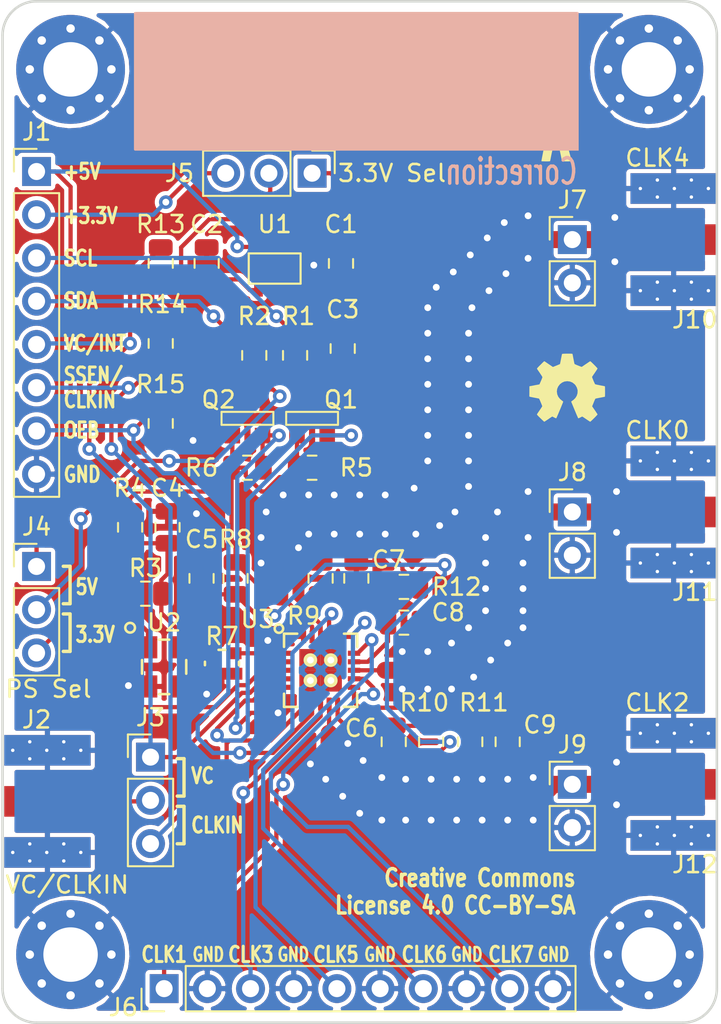
<source format=kicad_pcb>
(kicad_pcb (version 20171130) (host pcbnew 5.0.2-bee76a0~70~ubuntu18.04.1)
  (layers (0 F.Cu signal) (31 B.Cu signal) (34 B.Paste user) (35 F.Paste user) (36 B.SilkS user) (37 F.SilkS user) (38 B.Mask user) (39 F.Mask user) (44 Edge.Cuts user))
  (net 0 "")
  (net 1 +5V)
  (net 2 GND)
  (net 3 "Net-(C2-Pad1)")
  (net 4 "Net-(C3-Pad1)")
  (net 5 "Net-(C4-Pad1)")
  (net 6 "Net-(C5-Pad1)")
  (net 7 "Net-(C6-Pad1)")
  (net 8 "Net-(C7-Pad1)")
  (net 9 "Net-(C8-Pad1)")
  (net 10 "Net-(C9-Pad1)")
  (net 11 +3.3V)
  (net 12 "Net-(J1-Pad3)")
  (net 13 "Net-(J1-Pad4)")
  (net 14 VC_INTR)
  (net 15 SSEN_CLKIN)
  (net 16 OEB)
  (net 17 "Net-(J2-Pad1)")
  (net 18 "Net-(J4-Pad2)")
  (net 19 +3.3VREG)
  (net 20 CLK3)
  (net 21 CLK4)
  (net 22 CLK5)
  (net 23 CLK6)
  (net 24 CLK7)
  (net 25 CLK0)
  (net 26 CLK1)
  (net 27 CLK2)
  (net 28 "Net-(Q1-Pad1)")
  (net 29 "Net-(Q2-Pad1)")
  (net 30 "Net-(R3-Pad2)")
  (net 31 "Net-(R7-Pad1)")
  (net 32 "Net-(R7-Pad2)")
  (module Resistor_SMD:R_0805_2012Metric (layer F.Cu) (at 123.6 84.4 180)
    (fp_text reference R12 (at -3.1 0) (layer F.SilkS))
    (fp_text value 10 hide)
    (pad 1 smd roundrect (at -0.9375 0 180) (size 0.975 1.4) (layers F.Cu F.Paste F.Mask) (net 19 +3.3VREG))
    (pad 2 smd roundrect (at 0.9375 0 180) (size 0.975 1.4) (layers F.Cu F.Paste F.Mask) (net 9 "Net-(C8-Pad1)"))
  )
  (module Resistor_SMD:R_0805_2012Metric (layer F.Cu) (at 114.4 77.4)
    (fp_text reference R6 (at -2.7 0) (layer F.SilkS))
    (fp_text value 10k hide)
    (pad 2 smd roundrect (at 0.9375 0) (size 0.975 1.4) (layers F.Cu F.Paste F.Mask) (net 29 "Net-(Q2-Pad1)"))
    (pad 1 smd roundrect (at -0.9375 0) (size 0.975 1.4) (layers F.Cu F.Paste F.Mask) (net 19 +3.3VREG))
  )
  (module MountingHole:MountingHole_3.2mm_M3_Pad_Via (layer F.Cu) (at 104 106)
    (fp_text reference REF** hide)
    (fp_text value MountingHole_3.2mm_M3_Pad_Via hide)
    (pad 1 thru_hole circle (at 0 0) (size 6.4 6.4) (drill 3.2) (layers *.Cu *.Mask) (net 2 GND))
    (pad 1 thru_hole circle (at 2.4 0) (size 0.8 0.8) (drill 0.5) (layers *.Cu *.Mask))
    (pad 1 thru_hole circle (at 1.697056 1.697056) (size 0.8 0.8) (drill 0.5) (layers *.Cu *.Mask))
    (pad 1 thru_hole circle (at 0 2.4) (size 0.8 0.8) (drill 0.5) (layers *.Cu *.Mask))
    (pad 1 thru_hole circle (at -1.697056 1.697056) (size 0.8 0.8) (drill 0.5) (layers *.Cu *.Mask))
    (pad 1 thru_hole circle (at -2.4 0) (size 0.8 0.8) (drill 0.5) (layers *.Cu *.Mask))
    (pad 1 thru_hole circle (at -1.697056 -1.697056) (size 0.8 0.8) (drill 0.5) (layers *.Cu *.Mask))
    (pad 1 thru_hole circle (at 0 -2.4) (size 0.8 0.8) (drill 0.5) (layers *.Cu *.Mask))
    (pad 1 thru_hole circle (at 1.697056 -1.697056) (size 0.8 0.8) (drill 0.5) (layers *.Cu *.Mask))
  )
  (module MountingHole:MountingHole_3.2mm_M3_Pad_Via (layer F.Cu) (at 138 106)
    (fp_text reference REF** hide)
    (fp_text value MountingHole_3.2mm_M3_Pad_Via hide)
    (pad 1 thru_hole circle (at 1.697056 -1.697056) (size 0.8 0.8) (drill 0.5) (layers *.Cu *.Mask))
    (pad 1 thru_hole circle (at 0 -2.4) (size 0.8 0.8) (drill 0.5) (layers *.Cu *.Mask))
    (pad 1 thru_hole circle (at -1.697056 -1.697056) (size 0.8 0.8) (drill 0.5) (layers *.Cu *.Mask))
    (pad 1 thru_hole circle (at -2.4 0) (size 0.8 0.8) (drill 0.5) (layers *.Cu *.Mask))
    (pad 1 thru_hole circle (at -1.697056 1.697056) (size 0.8 0.8) (drill 0.5) (layers *.Cu *.Mask))
    (pad 1 thru_hole circle (at 0 2.4) (size 0.8 0.8) (drill 0.5) (layers *.Cu *.Mask))
    (pad 1 thru_hole circle (at 1.697056 1.697056) (size 0.8 0.8) (drill 0.5) (layers *.Cu *.Mask))
    (pad 1 thru_hole circle (at 2.4 0) (size 0.8 0.8) (drill 0.5) (layers *.Cu *.Mask))
    (pad 1 thru_hole circle (at 0 0) (size 6.4 6.4) (drill 3.2) (layers *.Cu *.Mask) (net 2 GND))
  )
  (module MountingHole:MountingHole_3.2mm_M3_Pad_Via (layer F.Cu) (at 138 54)
    (fp_text reference REF** hide)
    (fp_text value MountingHole_3.2mm_M3_Pad_Via hide)
    (pad 1 thru_hole circle (at 0 0) (size 6.4 6.4) (drill 3.2) (layers *.Cu *.Mask) (net 2 GND))
    (pad 1 thru_hole circle (at 2.4 0) (size 0.8 0.8) (drill 0.5) (layers *.Cu *.Mask))
    (pad 1 thru_hole circle (at 1.697056 1.697056) (size 0.8 0.8) (drill 0.5) (layers *.Cu *.Mask))
    (pad 1 thru_hole circle (at 0 2.4) (size 0.8 0.8) (drill 0.5) (layers *.Cu *.Mask))
    (pad 1 thru_hole circle (at -1.697056 1.697056) (size 0.8 0.8) (drill 0.5) (layers *.Cu *.Mask))
    (pad 1 thru_hole circle (at -2.4 0) (size 0.8 0.8) (drill 0.5) (layers *.Cu *.Mask))
    (pad 1 thru_hole circle (at -1.697056 -1.697056) (size 0.8 0.8) (drill 0.5) (layers *.Cu *.Mask))
    (pad 1 thru_hole circle (at 0 -2.4) (size 0.8 0.8) (drill 0.5) (layers *.Cu *.Mask))
    (pad 1 thru_hole circle (at 1.697056 -1.697056) (size 0.8 0.8) (drill 0.5) (layers *.Cu *.Mask))
  )
  (module Capacitor_SMD:C_0805_2012Metric (layer F.Cu) (at 119.9 65.4 270)
    (fp_text reference C1 (at -2.3 0) (layer F.SilkS))
    (fp_text value 4.7u hide)
    (pad 1 smd roundrect (at -0.9375 0 270) (size 0.975 1.4) (layers F.Cu F.Paste F.Mask) (net 1 +5V))
    (pad 2 smd roundrect (at 0.9375 0 270) (size 0.975 1.4) (layers F.Cu F.Paste F.Mask) (net 2 GND))
  )
  (module Capacitor_SMD:C_0805_2012Metric (layer F.Cu) (at 112 65.4 90)
    (fp_text reference C2 (at 2.3 0 180) (layer F.SilkS))
    (fp_text value 100n hide)
    (pad 2 smd roundrect (at 0.9375 0 90) (size 0.975 1.4) (layers F.Cu F.Paste F.Mask) (net 2 GND))
    (pad 1 smd roundrect (at -0.9375 0 90) (size 0.975 1.4) (layers F.Cu F.Paste F.Mask) (net 3 "Net-(C2-Pad1)"))
  )
  (module Capacitor_SMD:C_0805_2012Metric (layer F.Cu) (at 120 70.4 270)
    (fp_text reference C3 (at -2.3 0) (layer F.SilkS))
    (fp_text value 4.7u hide)
    (pad 2 smd roundrect (at 0.9375 0 270) (size 0.975 1.4) (layers F.Cu F.Paste F.Mask) (net 2 GND))
    (pad 1 smd roundrect (at -0.9375 0 270) (size 0.975 1.4) (layers F.Cu F.Paste F.Mask) (net 4 "Net-(C3-Pad1)"))
  )
  (module Capacitor_SMD:C_0805_2012Metric (layer F.Cu) (at 109.7 80.9 90)
    (fp_text reference C4 (at 2.3 0 180) (layer F.SilkS))
    (fp_text value 100n hide)
    (pad 1 smd roundrect (at -0.9375 0 90) (size 0.975 1.4) (layers F.Cu F.Paste F.Mask) (net 5 "Net-(C4-Pad1)"))
    (pad 2 smd roundrect (at 0.9375 0 90) (size 0.975 1.4) (layers F.Cu F.Paste F.Mask) (net 2 GND))
  )
  (module Capacitor_SMD:C_0805_2012Metric (layer F.Cu) (at 111.7 83.9 90)
    (fp_text reference C5 (at 2.3 0 180) (layer F.SilkS))
    (fp_text value 100n hide)
    (pad 1 smd roundrect (at -0.9375 0 90) (size 0.975 1.4) (layers F.Cu F.Paste F.Mask) (net 6 "Net-(C5-Pad1)"))
    (pad 2 smd roundrect (at 0.9375 0 90) (size 0.975 1.4) (layers F.Cu F.Paste F.Mask) (net 2 GND))
  )
  (module Capacitor_SMD:C_0805_2012Metric (layer F.Cu) (at 123 93.5 270)
    (fp_text reference C6 (at -0.8 1.9) (layer F.SilkS))
    (fp_text value 100n hide)
    (pad 2 smd roundrect (at 0.9375 0 270) (size 0.975 1.4) (layers F.Cu F.Paste F.Mask) (net 2 GND))
    (pad 1 smd roundrect (at -0.9375 0 270) (size 0.975 1.4) (layers F.Cu F.Paste F.Mask) (net 7 "Net-(C6-Pad1)"))
  )
  (module Capacitor_SMD:C_0805_2012Metric (layer F.Cu) (at 120.8 83.9 90)
    (fp_text reference C7 (at 1.1 1.9 180) (layer F.SilkS))
    (fp_text value 100n hide)
    (pad 1 smd roundrect (at -0.9375 0 90) (size 0.975 1.4) (layers F.Cu F.Paste F.Mask) (net 8 "Net-(C7-Pad1)"))
    (pad 2 smd roundrect (at 0.9375 0 90) (size 0.975 1.4) (layers F.Cu F.Paste F.Mask) (net 2 GND))
  )
  (module Capacitor_SMD:C_0805_2012Metric (layer F.Cu) (at 123.6 86.5)
    (fp_text reference C8 (at 2.6 -0.6 180) (layer F.SilkS))
    (fp_text value 100n hide)
    (pad 2 smd roundrect (at 0.9375 0) (size 0.975 1.4) (layers F.Cu F.Paste F.Mask) (net 2 GND))
    (pad 1 smd roundrect (at -0.9375 0) (size 0.975 1.4) (layers F.Cu F.Paste F.Mask) (net 9 "Net-(C8-Pad1)"))
  )
  (module Capacitor_SMD:C_0805_2012Metric (layer F.Cu) (at 129.7 93.5 270)
    (fp_text reference C9 (at -1 -1.9) (layer F.SilkS))
    (fp_text value 100n hide)
    (pad 1 smd roundrect (at -0.9375 0 270) (size 0.975 1.4) (layers F.Cu F.Paste F.Mask) (net 10 "Net-(C9-Pad1)"))
    (pad 2 smd roundrect (at 0.9375 0 270) (size 0.975 1.4) (layers F.Cu F.Paste F.Mask) (net 2 GND))
  )
  (module Connector_PinHeader_2.54mm:PinHeader_1x08_P2.54mm_Vertical (layer F.Cu) (at 102 60)
    (fp_text reference J1 (at 0 -2.33) (layer F.SilkS))
    (fp_text value Power/IO hide)
    (pad 1 thru_hole rect (at 0 0) (size 1.7 1.7) (drill 1) (layers *.Cu *.Mask) (net 1 +5V))
    (pad 2 thru_hole oval (at 0 2.54) (size 1.7 1.7) (drill 1) (layers *.Cu *.Mask) (net 11 +3.3V))
    (pad 3 thru_hole oval (at 0 5.08) (size 1.7 1.7) (drill 1) (layers *.Cu *.Mask) (net 12 "Net-(J1-Pad3)"))
    (pad 4 thru_hole oval (at 0 7.62) (size 1.7 1.7) (drill 1) (layers *.Cu *.Mask) (net 13 "Net-(J1-Pad4)"))
    (pad 5 thru_hole oval (at 0 10.16) (size 1.7 1.7) (drill 1) (layers *.Cu *.Mask) (net 14 VC_INTR))
    (pad 6 thru_hole oval (at 0 12.7) (size 1.7 1.7) (drill 1) (layers *.Cu *.Mask) (net 15 SSEN_CLKIN))
    (pad 7 thru_hole oval (at 0 15.24) (size 1.7 1.7) (drill 1) (layers *.Cu *.Mask) (net 16 OEB))
    (pad 8 thru_hole oval (at 0 17.78) (size 1.7 1.7) (drill 1) (layers *.Cu *.Mask) (net 2 GND))
  )
  (module EtherkitKicadLibrary:SMA-ENDLAUNCH (layer F.Cu) (at 100.1 97 270)
    (fp_text reference J2 (at -4.8 -1.9) (layer F.SilkS))
    (fp_text value VC/CLKIN (at 4.9 -3.7) (layer F.SilkS))
    (pad 1 smd rect (at 0 -2.54 270) (size 1.8 5.08) (layers F.Cu F.Mask) (net 17 "Net-(J2-Pad1)"))
    (pad 2 smd rect (at 3 -2.54 270) (size 1.8 5.08) (layers B.Cu B.Mask) (net 2 GND))
    (pad 2 smd rect (at -3 -2.54 270) (size 1.8 5.08) (layers F.Cu F.Mask) (net 2 GND))
    (pad 2 thru_hole circle (at 3 -0.5 270) (size 0.3 0.3) (drill 0.2) (layers *.Cu *.Mask) (net 2 GND))
    (pad 2 thru_hole circle (at 3 -4.5 270) (size 0.3 0.3) (drill 0.2) (layers *.Cu *.Mask) (net 2 GND))
    (pad 2 thru_hole circle (at 2.5 -3.5 270) (size 0.3 0.3) (drill 0.2) (layers *.Cu *.Mask) (net 2 GND))
    (pad 2 thru_hole circle (at 3.5 -3.5 270) (size 0.3 0.3) (drill 0.2) (layers *.Cu *.Mask) (net 2 GND))
    (pad 2 thru_hole circle (at 3 -2.5 270) (size 0.3 0.3) (drill 0.2) (layers *.Cu *.Mask) (net 2 GND))
    (pad 2 thru_hole circle (at 2.5 -1.5 270) (size 0.3 0.3) (drill 0.2) (layers *.Cu *.Mask) (net 2 GND))
    (pad 2 thru_hole circle (at 3.5 -1.5 270) (size 0.3 0.3) (drill 0.2) (layers *.Cu *.Mask) (net 2 GND))
    (pad 2 thru_hole circle (at -3 -0.5 270) (size 0.3 0.3) (drill 0.2) (layers *.Cu *.Mask) (net 2 GND))
    (pad 2 thru_hole circle (at -3 -4.5 270) (size 0.3 0.3) (drill 0.2) (layers *.Cu *.Mask) (net 2 GND))
    (pad 2 thru_hole circle (at -3.5 -3.5 270) (size 0.3 0.3) (drill 0.2) (layers *.Cu *.Mask) (net 2 GND))
    (pad 2 thru_hole circle (at -2.5 -3.5 270) (size 0.3 0.3) (drill 0.2) (layers *.Cu *.Mask) (net 2 GND))
    (pad 2 thru_hole circle (at -3 -2.5 270) (size 0.3 0.3) (drill 0.2) (layers *.Cu *.Mask) (net 2 GND))
    (pad 2 thru_hole circle (at -3.5 -1.5 270) (size 0.3 0.3) (drill 0.2) (layers *.Cu *.Mask) (net 2 GND))
    (pad 2 thru_hole circle (at -2.5 -1.5 270) (size 0.3 0.3) (drill 0.2) (layers *.Cu *.Mask) (net 2 GND))
    (pad 2 smd rect (at 3 -2.54 270) (size 1.8 5.08) (layers F.Cu F.Mask) (net 2 GND))
    (pad 2 smd rect (at -3 -2.54 270) (size 1.8 5.08) (layers B.Cu B.Mask) (net 2 GND))
  )
  (module Connector_PinHeader_2.54mm:PinHeader_1x03_P2.54mm_Vertical (layer F.Cu) (at 108.7 94.4)
    (fp_text reference J3 (at 0 -2.33) (layer F.SilkS))
    (fp_text value VC/CLKIN hide)
    (pad 3 thru_hole oval (at 0 5.08) (size 1.7 1.7) (drill 1) (layers *.Cu *.Mask) (net 15 SSEN_CLKIN))
    (pad 2 thru_hole oval (at 0 2.54) (size 1.7 1.7) (drill 1) (layers *.Cu *.Mask) (net 17 "Net-(J2-Pad1)"))
    (pad 1 thru_hole rect (at 0 0) (size 1.7 1.7) (drill 1) (layers *.Cu *.Mask) (net 14 VC_INTR))
  )
  (module Connector_PinHeader_2.54mm:PinHeader_1x03_P2.54mm_Vertical (layer F.Cu) (at 102 83.2)
    (fp_text reference J4 (at 0 -2.33) (layer F.SilkS))
    (fp_text value "PS Sel" (at 0.7 7.2) (layer F.SilkS))
    (pad 1 thru_hole rect (at 0 0) (size 1.7 1.7) (drill 1) (layers *.Cu *.Mask) (net 1 +5V))
    (pad 2 thru_hole oval (at 0 2.54) (size 1.7 1.7) (drill 1) (layers *.Cu *.Mask) (net 18 "Net-(J4-Pad2)"))
    (pad 3 thru_hole oval (at 0 5.08) (size 1.7 1.7) (drill 1) (layers *.Cu *.Mask) (net 19 +3.3VREG))
  )
  (module Connector_PinHeader_2.54mm:PinHeader_1x03_P2.54mm_Vertical (layer F.Cu) (at 118.2 60.1 270)
    (fp_text reference J5 (at 0 7.8) (layer F.SilkS))
    (fp_text value "3.3V Sel" (at 0 -4.7) (layer F.SilkS))
    (pad 3 thru_hole oval (at 0 5.08 270) (size 1.7 1.7) (drill 1) (layers *.Cu *.Mask) (net 11 +3.3V))
    (pad 2 thru_hole oval (at 0 2.54 270) (size 1.7 1.7) (drill 1) (layers *.Cu *.Mask) (net 19 +3.3VREG))
    (pad 1 thru_hole rect (at 0 0 270) (size 1.7 1.7) (drill 1) (layers *.Cu *.Mask) (net 4 "Net-(C3-Pad1)"))
  )
  (module Connector_PinHeader_2.54mm:PinHeader_1x10_P2.54mm_Vertical (layer F.Cu) (at 109.5 108 90)
    (fp_text reference J6 (at -1.1 -2.4 180) (layer F.SilkS))
    (fp_text value CLK3-CLK7 hide)
    (pad 1 thru_hole rect (at 0 0 90) (size 1.7 1.7) (drill 1) (layers *.Cu *.Mask) (net 26 CLK1))
    (pad 2 thru_hole oval (at 0 2.54 90) (size 1.7 1.7) (drill 1) (layers *.Cu *.Mask) (net 2 GND))
    (pad 3 thru_hole oval (at 0 5.08 90) (size 1.7 1.7) (drill 1) (layers *.Cu *.Mask) (net 20 CLK3))
    (pad 4 thru_hole oval (at 0 7.62 90) (size 1.7 1.7) (drill 1) (layers *.Cu *.Mask) (net 2 GND))
    (pad 5 thru_hole oval (at 0 10.16 90) (size 1.7 1.7) (drill 1) (layers *.Cu *.Mask) (net 22 CLK5))
    (pad 6 thru_hole oval (at 0 12.7 90) (size 1.7 1.7) (drill 1) (layers *.Cu *.Mask) (net 2 GND))
    (pad 7 thru_hole oval (at 0 15.24 90) (size 1.7 1.7) (drill 1) (layers *.Cu *.Mask) (net 23 CLK6))
    (pad 8 thru_hole oval (at 0 17.78 90) (size 1.7 1.7) (drill 1) (layers *.Cu *.Mask) (net 2 GND))
    (pad 9 thru_hole oval (at 0 20.32 90) (size 1.7 1.7) (drill 1) (layers *.Cu *.Mask) (net 24 CLK7))
    (pad 10 thru_hole oval (at 0 22.86 90) (size 1.7 1.7) (drill 1) (layers *.Cu *.Mask) (net 2 GND))
  )
  (module EtherkitKicadLibrary:SMA-ENDLAUNCH (layer F.Cu) (at 142 64 90)
    (fp_text reference J10 (at -4.7 -1.3 180) (layer F.SilkS))
    (fp_text value CLK4 (at 4.8 -3.5 180) (layer F.SilkS))
    (pad 1 smd rect (at 0 -2.54 90) (size 1.8 5.08) (layers F.Cu F.Mask) (net 21 CLK4))
    (pad 2 smd rect (at 3 -2.54 90) (size 1.8 5.08) (layers B.Cu B.Mask) (net 2 GND))
    (pad 2 smd rect (at -3 -2.54 90) (size 1.8 5.08) (layers F.Cu F.Mask) (net 2 GND))
    (pad 2 thru_hole circle (at 3 -0.5 90) (size 0.3 0.3) (drill 0.2) (layers *.Cu *.Mask) (net 2 GND))
    (pad 2 thru_hole circle (at 3 -4.5 90) (size 0.3 0.3) (drill 0.2) (layers *.Cu *.Mask) (net 2 GND))
    (pad 2 thru_hole circle (at 2.5 -3.5 90) (size 0.3 0.3) (drill 0.2) (layers *.Cu *.Mask) (net 2 GND))
    (pad 2 thru_hole circle (at 3.5 -3.5 90) (size 0.3 0.3) (drill 0.2) (layers *.Cu *.Mask) (net 2 GND))
    (pad 2 thru_hole circle (at 3 -2.5 90) (size 0.3 0.3) (drill 0.2) (layers *.Cu *.Mask) (net 2 GND))
    (pad 2 thru_hole circle (at 2.5 -1.5 90) (size 0.3 0.3) (drill 0.2) (layers *.Cu *.Mask) (net 2 GND))
    (pad 2 thru_hole circle (at 3.5 -1.5 90) (size 0.3 0.3) (drill 0.2) (layers *.Cu *.Mask) (net 2 GND))
    (pad 2 thru_hole circle (at -3 -0.5 90) (size 0.3 0.3) (drill 0.2) (layers *.Cu *.Mask) (net 2 GND))
    (pad 2 thru_hole circle (at -3 -4.5 90) (size 0.3 0.3) (drill 0.2) (layers *.Cu *.Mask) (net 2 GND))
    (pad 2 thru_hole circle (at -3.5 -3.5 90) (size 0.3 0.3) (drill 0.2) (layers *.Cu *.Mask) (net 2 GND))
    (pad 2 thru_hole circle (at -2.5 -3.5 90) (size 0.3 0.3) (drill 0.2) (layers *.Cu *.Mask) (net 2 GND))
    (pad 2 thru_hole circle (at -3 -2.5 90) (size 0.3 0.3) (drill 0.2) (layers *.Cu *.Mask) (net 2 GND))
    (pad 2 thru_hole circle (at -3.5 -1.5 90) (size 0.3 0.3) (drill 0.2) (layers *.Cu *.Mask) (net 2 GND))
    (pad 2 thru_hole circle (at -2.5 -1.5 90) (size 0.3 0.3) (drill 0.2) (layers *.Cu *.Mask) (net 2 GND))
    (pad 2 smd rect (at 3 -2.54 90) (size 1.8 5.08) (layers F.Cu F.Mask) (net 2 GND))
    (pad 2 smd rect (at -3 -2.54 90) (size 1.8 5.08) (layers B.Cu B.Mask) (net 2 GND))
  )
  (module EtherkitKicadLibrary:SMA-ENDLAUNCH (layer F.Cu) (at 142 80 90)
    (fp_text reference J11 (at -4.7 -1.3 180) (layer F.SilkS))
    (fp_text value CLK0 (at 4.8 -3.5) (layer F.SilkS))
    (pad 2 smd rect (at -3 -2.54 90) (size 1.8 5.08) (layers B.Cu B.Mask) (net 2 GND))
    (pad 2 smd rect (at 3 -2.54 90) (size 1.8 5.08) (layers F.Cu F.Mask) (net 2 GND))
    (pad 2 thru_hole circle (at -2.5 -1.5 90) (size 0.3 0.3) (drill 0.2) (layers *.Cu *.Mask) (net 2 GND))
    (pad 2 thru_hole circle (at -3.5 -1.5 90) (size 0.3 0.3) (drill 0.2) (layers *.Cu *.Mask) (net 2 GND))
    (pad 2 thru_hole circle (at -3 -2.5 90) (size 0.3 0.3) (drill 0.2) (layers *.Cu *.Mask) (net 2 GND))
    (pad 2 thru_hole circle (at -2.5 -3.5 90) (size 0.3 0.3) (drill 0.2) (layers *.Cu *.Mask) (net 2 GND))
    (pad 2 thru_hole circle (at -3.5 -3.5 90) (size 0.3 0.3) (drill 0.2) (layers *.Cu *.Mask) (net 2 GND))
    (pad 2 thru_hole circle (at -3 -4.5 90) (size 0.3 0.3) (drill 0.2) (layers *.Cu *.Mask) (net 2 GND))
    (pad 2 thru_hole circle (at -3 -0.5 90) (size 0.3 0.3) (drill 0.2) (layers *.Cu *.Mask) (net 2 GND))
    (pad 2 thru_hole circle (at 3.5 -1.5 90) (size 0.3 0.3) (drill 0.2) (layers *.Cu *.Mask) (net 2 GND))
    (pad 2 thru_hole circle (at 2.5 -1.5 90) (size 0.3 0.3) (drill 0.2) (layers *.Cu *.Mask) (net 2 GND))
    (pad 2 thru_hole circle (at 3 -2.5 90) (size 0.3 0.3) (drill 0.2) (layers *.Cu *.Mask) (net 2 GND))
    (pad 2 thru_hole circle (at 3.5 -3.5 90) (size 0.3 0.3) (drill 0.2) (layers *.Cu *.Mask) (net 2 GND))
    (pad 2 thru_hole circle (at 2.5 -3.5 90) (size 0.3 0.3) (drill 0.2) (layers *.Cu *.Mask) (net 2 GND))
    (pad 2 thru_hole circle (at 3 -4.5 90) (size 0.3 0.3) (drill 0.2) (layers *.Cu *.Mask) (net 2 GND))
    (pad 2 thru_hole circle (at 3 -0.5 90) (size 0.3 0.3) (drill 0.2) (layers *.Cu *.Mask) (net 2 GND))
    (pad 2 smd rect (at -3 -2.54 90) (size 1.8 5.08) (layers F.Cu F.Mask) (net 2 GND))
    (pad 2 smd rect (at 3 -2.54 90) (size 1.8 5.08) (layers B.Cu B.Mask) (net 2 GND))
    (pad 1 smd rect (at 0 -2.54 90) (size 1.8 5.08) (layers F.Cu F.Mask) (net 25 CLK0))
  )
  (module EtherkitKicadLibrary:SMA-ENDLAUNCH (layer F.Cu) (at 142 96 90)
    (fp_text reference J12 (at -4.7 -1.3 180) (layer F.SilkS))
    (fp_text value CLK2 (at 4.8 -3.5 180) (layer F.SilkS))
    (pad 2 smd rect (at -3 -2.54 90) (size 1.8 5.08) (layers B.Cu B.Mask) (net 2 GND))
    (pad 2 smd rect (at 3 -2.54 90) (size 1.8 5.08) (layers F.Cu F.Mask) (net 2 GND))
    (pad 2 thru_hole circle (at -2.5 -1.5 90) (size 0.3 0.3) (drill 0.2) (layers *.Cu *.Mask) (net 2 GND))
    (pad 2 thru_hole circle (at -3.5 -1.5 90) (size 0.3 0.3) (drill 0.2) (layers *.Cu *.Mask) (net 2 GND))
    (pad 2 thru_hole circle (at -3 -2.5 90) (size 0.3 0.3) (drill 0.2) (layers *.Cu *.Mask) (net 2 GND))
    (pad 2 thru_hole circle (at -2.5 -3.5 90) (size 0.3 0.3) (drill 0.2) (layers *.Cu *.Mask) (net 2 GND))
    (pad 2 thru_hole circle (at -3.5 -3.5 90) (size 0.3 0.3) (drill 0.2) (layers *.Cu *.Mask) (net 2 GND))
    (pad 2 thru_hole circle (at -3 -4.5 90) (size 0.3 0.3) (drill 0.2) (layers *.Cu *.Mask) (net 2 GND))
    (pad 2 thru_hole circle (at -3 -0.5 90) (size 0.3 0.3) (drill 0.2) (layers *.Cu *.Mask) (net 2 GND))
    (pad 2 thru_hole circle (at 3.5 -1.5 90) (size 0.3 0.3) (drill 0.2) (layers *.Cu *.Mask) (net 2 GND))
    (pad 2 thru_hole circle (at 2.5 -1.5 90) (size 0.3 0.3) (drill 0.2) (layers *.Cu *.Mask) (net 2 GND))
    (pad 2 thru_hole circle (at 3 -2.5 90) (size 0.3 0.3) (drill 0.2) (layers *.Cu *.Mask) (net 2 GND))
    (pad 2 thru_hole circle (at 3.5 -3.5 90) (size 0.3 0.3) (drill 0.2) (layers *.Cu *.Mask) (net 2 GND))
    (pad 2 thru_hole circle (at 2.5 -3.5 90) (size 0.3 0.3) (drill 0.2) (layers *.Cu *.Mask) (net 2 GND))
    (pad 2 thru_hole circle (at 3 -4.5 90) (size 0.3 0.3) (drill 0.2) (layers *.Cu *.Mask) (net 2 GND))
    (pad 2 thru_hole circle (at 3 -0.5 90) (size 0.3 0.3) (drill 0.2) (layers *.Cu *.Mask) (net 2 GND))
    (pad 2 smd rect (at -3 -2.54 90) (size 1.8 5.08) (layers F.Cu F.Mask) (net 2 GND))
    (pad 2 smd rect (at 3 -2.54 90) (size 1.8 5.08) (layers B.Cu B.Mask) (net 2 GND))
    (pad 1 smd rect (at 0 -2.54 90) (size 1.8 5.08) (layers F.Cu F.Mask) (net 27 CLK2))
  )
  (module EtherkitKicadLibrary:SOT23-2N7002 (layer F.Cu) (at 118.2 74.5 180)
    (fp_text reference Q1 (at -1.7 1.1 180) (layer F.SilkS))
    (fp_text value 2N7002 hide)
    (pad 1 smd rect (at -0.889 -1.016 180) (size 0.9144 0.9144) (layers F.Cu F.Paste F.Mask) (net 28 "Net-(Q1-Pad1)"))
    (pad 2 smd rect (at 0.889 -1.016 180) (size 0.9144 0.9144) (layers F.Cu F.Paste F.Mask) (net 19 +3.3VREG))
    (pad 3 smd rect (at 0 1.016 180) (size 0.9144 0.9144) (layers F.Cu F.Paste F.Mask) (net 12 "Net-(J1-Pad3)"))
  )
  (module EtherkitKicadLibrary:SOT23-2N7002 (layer F.Cu) (at 114.4 74.5 180)
    (fp_text reference Q2 (at 1.7 1.1 180) (layer F.SilkS))
    (fp_text value 2N7002 hide)
    (pad 3 smd rect (at 0 1.016 180) (size 0.9144 0.9144) (layers F.Cu F.Paste F.Mask) (net 13 "Net-(J1-Pad4)"))
    (pad 2 smd rect (at 0.889 -1.016 180) (size 0.9144 0.9144) (layers F.Cu F.Paste F.Mask) (net 19 +3.3VREG))
    (pad 1 smd rect (at -0.889 -1.016 180) (size 0.9144 0.9144) (layers F.Cu F.Paste F.Mask) (net 29 "Net-(Q2-Pad1)"))
  )
  (module Resistor_SMD:R_0805_2012Metric (layer F.Cu) (at 117.2 70.8 90)
    (fp_text reference R1 (at 2.3 0.2 180) (layer F.SilkS))
    (fp_text value 10k hide)
    (pad 1 smd roundrect (at -0.9375 0 90) (size 0.975 1.4) (layers F.Cu F.Paste F.Mask) (net 18 "Net-(J4-Pad2)"))
    (pad 2 smd roundrect (at 0.9375 0 90) (size 0.975 1.4) (layers F.Cu F.Paste F.Mask) (net 12 "Net-(J1-Pad3)"))
  )
  (module Resistor_SMD:R_0805_2012Metric (layer F.Cu) (at 114.8 70.8 90)
    (fp_text reference R2 (at 2.3 0 180) (layer F.SilkS))
    (fp_text value 10k hide)
    (pad 1 smd roundrect (at -0.9375 0 90) (size 0.975 1.4) (layers F.Cu F.Paste F.Mask) (net 18 "Net-(J4-Pad2)"))
    (pad 2 smd roundrect (at 0.9375 0 90) (size 0.975 1.4) (layers F.Cu F.Paste F.Mask) (net 13 "Net-(J1-Pad4)"))
  )
  (module Resistor_SMD:R_0805_2012Metric (layer F.Cu) (at 108.4 84.8 180)
    (fp_text reference R3 (at 0 1.5 180) (layer F.SilkS))
    (fp_text value 0 hide)
    (pad 2 smd roundrect (at 0.9375 0 180) (size 0.975 1.4) (layers F.Cu F.Paste F.Mask) (net 30 "Net-(R3-Pad2)"))
    (pad 1 smd roundrect (at -0.9375 0 180) (size 0.975 1.4) (layers F.Cu F.Paste F.Mask) (net 5 "Net-(C4-Pad1)"))
  )
  (module Resistor_SMD:R_0805_2012Metric (layer F.Cu) (at 107.5 80.9 270)
    (fp_text reference R4 (at -2.3 0) (layer F.SilkS))
    (fp_text value 10 hide)
    (pad 2 smd roundrect (at 0.9375 0 270) (size 0.975 1.4) (layers F.Cu F.Paste F.Mask) (net 5 "Net-(C4-Pad1)"))
    (pad 1 smd roundrect (at -0.9375 0 270) (size 0.975 1.4) (layers F.Cu F.Paste F.Mask) (net 19 +3.3VREG))
  )
  (module Resistor_SMD:R_0805_2012Metric (layer F.Cu) (at 118.2 77.4)
    (fp_text reference R5 (at 2.6 0) (layer F.SilkS))
    (fp_text value 10k hide)
    (pad 1 smd roundrect (at -0.9375 0) (size 0.975 1.4) (layers F.Cu F.Paste F.Mask) (net 19 +3.3VREG))
    (pad 2 smd roundrect (at 0.9375 0) (size 0.975 1.4) (layers F.Cu F.Paste F.Mask) (net 28 "Net-(Q1-Pad1)"))
  )
  (module EtherkitKicadLibrary:PAT1220 (layer F.Cu) (at 112.9 88.9)
    (fp_text reference R7 (at 0 -1.6) (layer F.SilkS))
    (fp_text value PAT1220-C-10dB hide)
    (pad 1 smd rect (at -0.75 -0.6) (size 0.8 0.7) (layers F.Cu F.Paste F.Mask) (net 31 "Net-(R7-Pad1)"))
    (pad 2 smd rect (at 0.75 -0.6) (size 0.8 0.7) (layers F.Cu F.Paste F.Mask) (net 32 "Net-(R7-Pad2)"))
    (pad 3 smd rect (at 0 0.6) (size 2.4 0.7) (layers F.Cu F.Paste F.Mask) (net 2 GND))
  )
  (module Resistor_SMD:R_0805_2012Metric (layer F.Cu) (at 113.7 83.9 270)
    (fp_text reference R8 (at -2.3 0) (layer F.SilkS))
    (fp_text value 10 hide)
    (pad 2 smd roundrect (at 0.9375 0 270) (size 0.975 1.4) (layers F.Cu F.Paste F.Mask) (net 6 "Net-(C5-Pad1)"))
    (pad 1 smd roundrect (at -0.9375 0 270) (size 0.975 1.4) (layers F.Cu F.Paste F.Mask) (net 19 +3.3VREG))
  )
  (module Resistor_SMD:R_0805_2012Metric (layer F.Cu) (at 118.7 83.9 270)
    (fp_text reference R9 (at 2.2 1) (layer F.SilkS))
    (fp_text value 10 hide)
    (pad 1 smd roundrect (at -0.9375 0 270) (size 0.975 1.4) (layers F.Cu F.Paste F.Mask) (net 19 +3.3VREG))
    (pad 2 smd roundrect (at 0.9375 0 270) (size 0.975 1.4) (layers F.Cu F.Paste F.Mask) (net 8 "Net-(C7-Pad1)"))
  )
  (module Resistor_SMD:R_0805_2012Metric (layer F.Cu) (at 125.2 93.5 90)
    (fp_text reference R10 (at 2.3 -0.4 180) (layer F.SilkS))
    (fp_text value 10 hide)
    (pad 2 smd roundrect (at 0.9375 0 90) (size 0.975 1.4) (layers F.Cu F.Paste F.Mask) (net 7 "Net-(C6-Pad1)"))
    (pad 1 smd roundrect (at -0.9375 0 90) (size 0.975 1.4) (layers F.Cu F.Paste F.Mask) (net 19 +3.3VREG))
  )
  (module Resistor_SMD:R_0805_2012Metric (layer F.Cu) (at 127.5 93.5 90)
    (fp_text reference R11 (at 2.3 0.8 180) (layer F.SilkS))
    (fp_text value 10 hide)
    (pad 1 smd roundrect (at -0.9375 0 90) (size 0.975 1.4) (layers F.Cu F.Paste F.Mask) (net 19 +3.3VREG))
    (pad 2 smd roundrect (at 0.9375 0 90) (size 0.975 1.4) (layers F.Cu F.Paste F.Mask) (net 10 "Net-(C9-Pad1)"))
  )
  (module EtherkitKicadLibrary:SOT23-5 (layer F.Cu) (at 116 65.7 180)
    (fp_text reference U1 (at 0 2.6) (layer F.SilkS))
    (fp_text value LP2985-3.3 hide)
    (pad 1 smd rect (at -0.9525 1.27 180) (size 0.508 0.762) (layers F.Cu F.Paste F.Mask) (net 1 +5V))
    (pad 3 smd rect (at 0.9525 1.27 180) (size 0.508 0.762) (layers F.Cu F.Paste F.Mask) (net 1 +5V))
    (pad 5 smd rect (at -0.9525 -1.27 180) (size 0.508 0.762) (layers F.Cu F.Paste F.Mask) (net 4 "Net-(C3-Pad1)"))
    (pad 2 smd rect (at 0 1.27 180) (size 0.508 0.762) (layers F.Cu F.Paste F.Mask) (net 2 GND))
    (pad 4 smd rect (at 0.9525 -1.27 180) (size 0.508 0.762) (layers F.Cu F.Paste F.Mask) (net 3 "Net-(C2-Pad1)"))
  )
  (module EtherkitKicadLibrary:ASTX-H11-25.000MHZ-T (layer F.Cu) (at 109.5 89.1 270)
    (fp_text reference U2 (at -2.6 0) (layer F.SilkS))
    (fp_text value ASTX-H11-25.000MHZ-T hide)
    (pad 1 smd rect (at -1.15 0.95 270) (size 1.3 1.1) (layers F.Cu F.Paste F.Mask) (net 30 "Net-(R3-Pad2)"))
    (pad 2 smd rect (at 1.15 0.95 270) (size 1.3 1.1) (layers F.Cu F.Paste F.Mask) (net 2 GND))
    (pad 3 smd rect (at 1.15 -0.95 270) (size 1.3 1.1) (layers F.Cu F.Paste F.Mask) (net 31 "Net-(R7-Pad1)"))
    (pad 4 smd rect (at -1.15 -0.95 270) (size 1.3 1.1) (layers F.Cu F.Paste F.Mask) (net 5 "Net-(C4-Pad1)"))
  )
  (module EtherkitKicadLibrary:QFN-20-1EP_4x4mm_Pitch0.5mm (layer F.Cu) (at 118.7 89.3)
    (fp_text reference U3 (at -3.7 -3) (layer F.SilkS))
    (fp_text value Si5351B/C hide)
    (pad 1 smd rect (at -1.965 -1) (size 0.73 0.3) (layers F.Cu F.Paste F.Mask) (net 32 "Net-(R7-Pad2)"))
    (pad 2 smd rect (at -1.965 -0.5) (size 0.73 0.3) (layers F.Cu F.Paste F.Mask) (net 30 "Net-(R3-Pad2)"))
    (pad 3 smd rect (at -1.965 0) (size 0.73 0.3) (layers F.Cu F.Paste F.Mask) (net 14 VC_INTR))
    (pad 4 smd rect (at -1.965 0.5) (size 0.73 0.3) (layers F.Cu F.Paste F.Mask) (net 28 "Net-(Q1-Pad1)"))
    (pad 5 smd rect (at -1.965 1) (size 0.73 0.3) (layers F.Cu F.Paste F.Mask) (net 29 "Net-(Q2-Pad1)"))
    (pad 6 smd rect (at -1 1.965 90) (size 0.73 0.3) (layers F.Cu F.Paste F.Mask) (net 15 SSEN_CLKIN))
    (pad 7 smd rect (at -0.5 1.965 90) (size 0.73 0.3) (layers F.Cu F.Paste F.Mask) (net 16 OEB))
    (pad 8 smd rect (at 0 1.965 90) (size 0.73 0.3) (layers F.Cu F.Paste F.Mask) (net 20 CLK3))
    (pad 9 smd rect (at 0.5 1.965 90) (size 0.73 0.3) (layers F.Cu F.Paste F.Mask) (net 27 CLK2))
    (pad 10 smd rect (at 1 1.965 90) (size 0.73 0.3) (layers F.Cu F.Paste F.Mask) (net 7 "Net-(C6-Pad1)"))
    (pad 11 smd rect (at 1.965 1) (size 0.73 0.3) (layers F.Cu F.Paste F.Mask) (net 10 "Net-(C9-Pad1)"))
    (pad 12 smd rect (at 1.965 0.5) (size 0.73 0.3) (layers F.Cu F.Paste F.Mask) (net 26 CLK1))
    (pad 13 smd rect (at 1.965 0) (size 0.73 0.3) (layers F.Cu F.Paste F.Mask) (net 25 CLK0))
    (pad 14 smd rect (at 1.965 -0.5) (size 0.73 0.3) (layers F.Cu F.Paste F.Mask) (net 9 "Net-(C8-Pad1)"))
    (pad 15 smd rect (at 1.965 -1) (size 0.73 0.3) (layers F.Cu F.Paste F.Mask) (net 24 CLK7))
    (pad 16 smd rect (at 1 -1.965 90) (size 0.73 0.3) (layers F.Cu F.Paste F.Mask) (net 23 CLK6))
    (pad 17 smd rect (at 0.5 -1.965 90) (size 0.73 0.3) (layers F.Cu F.Paste F.Mask) (net 22 CLK5))
    (pad 18 smd rect (at 0 -1.965 90) (size 0.73 0.3) (layers F.Cu F.Paste F.Mask) (net 8 "Net-(C7-Pad1)"))
    (pad 19 smd rect (at -0.5 -1.965 90) (size 0.73 0.3) (layers F.Cu F.Paste F.Mask) (net 21 CLK4))
    (pad 20 smd rect (at -1 -1.965 90) (size 0.73 0.3) (layers F.Cu F.Paste F.Mask) (net 6 "Net-(C5-Pad1)"))
    (pad 21 smd rect (at 0.625 0.625) (size 1.25 1.25) (layers F.Cu F.Paste F.Mask) (net 2 GND))
    (pad 21 smd rect (at 0.625 -0.625) (size 1.25 1.25) (layers F.Cu F.Paste F.Mask) (net 2 GND))
    (pad 21 smd rect (at -0.625 0.625) (size 1.25 1.25) (layers F.Cu F.Paste F.Mask) (net 2 GND))
    (pad 21 smd rect (at -0.625 -0.625) (size 1.25 1.25) (layers F.Cu F.Paste F.Mask) (net 2 GND))
    (pad 21 thru_hole circle (at 0.6 -0.6) (size 0.8 0.8) (drill 0.4) (layers *.Cu *.Mask F.SilkS) (net 2 GND))
    (pad 21 thru_hole circle (at -0.6 -0.6) (size 0.8 0.8) (drill 0.4) (layers *.Cu *.Mask F.SilkS) (net 2 GND))
    (pad 21 thru_hole circle (at -0.6 0.6) (size 0.8 0.8) (drill 0.4) (layers *.Cu *.Mask F.SilkS) (net 2 GND))
    (pad 21 thru_hole circle (at 0.6 0.6) (size 0.8 0.8) (drill 0.4) (layers *.Cu *.Mask F.SilkS) (net 2 GND))
  )
  (module Connector_PinHeader_2.54mm:PinHeader_1x02_P2.54mm_Vertical (layer F.Cu) (at 133.5 64)
    (fp_text reference J7 (at 0 -2.33) (layer F.SilkS))
    (fp_text value CLK4 hide)
    (pad 1 thru_hole rect (at 0 0) (size 1.7 1.7) (drill 1) (layers *.Cu *.Mask) (net 21 CLK4))
    (pad 2 thru_hole oval (at 0 2.54) (size 1.7 1.7) (drill 1) (layers *.Cu *.Mask) (net 2 GND))
  )
  (module Connector_PinHeader_2.54mm:PinHeader_1x02_P2.54mm_Vertical (layer F.Cu) (at 133.5 80)
    (fp_text reference J8 (at 0 -2.33) (layer F.SilkS))
    (fp_text value CLK0 hide)
    (pad 2 thru_hole oval (at 0 2.54) (size 1.7 1.7) (drill 1) (layers *.Cu *.Mask) (net 2 GND))
    (pad 1 thru_hole rect (at 0 0) (size 1.7 1.7) (drill 1) (layers *.Cu *.Mask) (net 25 CLK0))
  )
  (module Connector_PinHeader_2.54mm:PinHeader_1x02_P2.54mm_Vertical (layer F.Cu) (at 133.5 96)
    (fp_text reference J9 (at 0 -2.33) (layer F.SilkS))
    (fp_text value CLK2 hide)
    (pad 1 thru_hole rect (at 0 0) (size 1.7 1.7) (drill 1) (layers *.Cu *.Mask) (net 27 CLK2))
    (pad 2 thru_hole oval (at 0 2.54) (size 1.7 1.7) (drill 1) (layers *.Cu *.Mask) (net 2 GND))
  )
  (module MountingHole:MountingHole_3.2mm_M3_Pad_Via (layer F.Cu) (at 104 54)
    (fp_text reference REF** hide)
    (fp_text value MountingHole_3.2mm_M3_Pad_Via hide)
    (pad 1 thru_hole circle (at 1.697056 -1.697056) (size 0.8 0.8) (drill 0.5) (layers *.Cu *.Mask))
    (pad 1 thru_hole circle (at 0 -2.4) (size 0.8 0.8) (drill 0.5) (layers *.Cu *.Mask))
    (pad 1 thru_hole circle (at -1.697056 -1.697056) (size 0.8 0.8) (drill 0.5) (layers *.Cu *.Mask))
    (pad 1 thru_hole circle (at -2.4 0) (size 0.8 0.8) (drill 0.5) (layers *.Cu *.Mask))
    (pad 1 thru_hole circle (at -1.697056 1.697056) (size 0.8 0.8) (drill 0.5) (layers *.Cu *.Mask))
    (pad 1 thru_hole circle (at 0 2.4) (size 0.8 0.8) (drill 0.5) (layers *.Cu *.Mask))
    (pad 1 thru_hole circle (at 1.697056 1.697056) (size 0.8 0.8) (drill 0.5) (layers *.Cu *.Mask))
    (pad 1 thru_hole circle (at 2.4 0) (size 0.8 0.8) (drill 0.5) (layers *.Cu *.Mask))
    (pad 1 thru_hole circle (at 0 0) (size 6.4 6.4) (drill 3.2) (layers *.Cu *.Mask) (net 2 GND))
  )
  (module Resistor_SMD:R_0805_2012Metric (layer F.Cu) (at 109.3 65.4 90)
    (fp_text reference R13 (at 2.3 0 180) (layer F.SilkS))
    (fp_text value 10k hide)
    (pad 1 smd roundrect (at -0.9375 0 90) (size 0.975 1.4) (layers F.Cu F.Paste F.Mask) (net 19 +3.3VREG))
    (pad 2 smd roundrect (at 0.9375 0 90) (size 0.975 1.4) (layers F.Cu F.Paste F.Mask) (net 14 VC_INTR))
  )
  (module Resistor_SMD:R_0805_2012Metric (layer F.Cu) (at 109.3 70.1 270)
    (fp_text reference R14 (at -2.3 -0.1) (layer F.SilkS))
    (fp_text value 10k hide)
    (pad 2 smd roundrect (at 0.9375 0 270) (size 0.975 1.4) (layers F.Cu F.Paste F.Mask) (net 15 SSEN_CLKIN))
    (pad 1 smd roundrect (at -0.9375 0 270) (size 0.975 1.4) (layers F.Cu F.Paste F.Mask) (net 2 GND))
  )
  (module Resistor_SMD:R_0805_2012Metric (layer F.Cu) (at 109.3 74.8 90)
    (fp_text reference R15 (at 2.3 0 180) (layer F.SilkS))
    (fp_text value 10k hide)
    (pad 1 smd roundrect (at -0.9375 0 90) (size 0.975 1.4) (layers F.Cu F.Paste F.Mask) (net 2 GND))
    (pad 2 smd roundrect (at 0.9375 0 90) (size 0.975 1.4) (layers F.Cu F.Paste F.Mask) (net 16 OEB))
  )
  (module EtherkitKicadLibrary:OSHWLogo4mm (layer F.Cu) (at 133.2 72.7)
    (fp_text reference G*** hide)
    (fp_text value LOGO hide)
  )
  (module EtherkitKicadLibrary:EtherkitLogoSmall (layer F.Cu) (at 132.6 56.8)
    (fp_text reference Ref** hide)
    (fp_text value Val** hide)
  )
  (gr_text Proto (at 135.3 87.7) (layer F.Cu) (effects (font (size 1.5 1) (thickness 0.25))))
  (gr_text CLKIN (at 111 98.4) (layer F.SilkS) (effects (font (size 0.9 0.7) (thickness 0.175)) (justify left)))
  (gr_text VC (at 111 95.5) (layer F.SilkS) (effects (font (size 0.9 0.7) (thickness 0.175)) (justify left)))
  (gr_text CLK7 (at 129.9 106) (layer F.SilkS) (effects (font (size 0.9 0.7) (thickness 0.175))))
  (gr_text CLK6 (at 124.8 106) (layer F.SilkS) (effects (font (size 0.9 0.7) (thickness 0.175))))
  (gr_text CLK5 (at 119.6 106) (layer F.SilkS) (effects (font (size 0.9 0.7) (thickness 0.175))))
  (gr_text CLK3 (at 114.6 106) (layer F.SilkS) (effects (font (size 0.9 0.7) (thickness 0.175))))
  (gr_text GND (at 132.4 106) (layer F.SilkS) (effects (font (size 0.8 0.6))))
  (gr_text GND (at 127.3 106) (layer F.SilkS) (effects (font (size 0.8 0.6))))
  (gr_text GND (at 122.2 106) (layer F.SilkS) (effects (font (size 0.8 0.6))))
  (gr_text GND (at 117.1 106) (layer F.SilkS) (effects (font (size 0.8 0.6))))
  (gr_text GND (at 112.1 106) (layer F.SilkS) (effects (font (size 0.8 0.6))))
  (gr_text CLK1 (at 109.5 106) (layer F.SilkS) (effects (font (size 0.9 0.7) (thickness 0.175))))
  (gr_text 3.3V (at 104.2 87.2) (layer F.SilkS) (effects (font (size 0.9 0.7) (thickness 0.175)) (justify left)))
  (gr_text 5V (at 104.2 84.4) (layer F.SilkS) (effects (font (size 0.9 0.7) (thickness 0.175)) (justify left)))
  (gr_text EXT (at 116.1 57.2) (layer F.SilkS) (effects (font (size 0.9 0.7) (thickness 0.175)) (justify left)))
  (gr_text VREG (at 112.8 57.2) (layer F.SilkS) (effects (font (size 0.9 0.7) (thickness 0.175)) (justify left)))
  (gr_line (start 110.670671 94.49009) (end 110.670671 96.69009) (layer F.SilkS) (width 0.2))
  (gr_line (start 110.670671 99.49009) (end 110.270671 99.49009) (layer F.SilkS) (width 0.2))
  (gr_line (start 110.670671 96.69009) (end 110.270671 96.69009) (layer F.SilkS) (width 0.2))
  (gr_line (start 110.270671 94.49009) (end 110.670671 94.49009) (layer F.SilkS) (width 0.2))
  (gr_line (start 110.670671 97.29009) (end 110.670671 99.49009) (layer F.SilkS) (width 0.2))
  (gr_line (start 110.270671 97.29009) (end 110.670671 97.29009) (layer F.SilkS) (width 0.2))
  (gr_line (start 103.970671 85.99009) (end 103.970671 88.19009) (layer F.SilkS) (width 0.2))
  (gr_line (start 103.970671 88.19009) (end 103.570671 88.19009) (layer F.SilkS) (width 0.2))
  (gr_line (start 103.570671 85.99009) (end 103.970671 85.99009) (layer F.SilkS) (width 0.2))
  (gr_line (start 103.570671 83.19009) (end 103.970671 83.19009) (layer F.SilkS) (width 0.2))
  (gr_line (start 103.970671 83.19009) (end 103.970671 85.39009) (layer F.SilkS) (width 0.2))
  (gr_line (start 103.970671 85.39009) (end 103.570671 85.39009) (layer F.SilkS) (width 0.2))
  (gr_line (start 115.9 58.1) (end 118.1 58.1) (layer F.SilkS) (width 0.2))
  (gr_line (start 118.1 58.1) (end 118.1 58.5) (layer F.SilkS) (width 0.2))
  (gr_line (start 115.9 58.5) (end 115.9 58.1) (layer F.SilkS) (width 0.2))
  (gr_line (start 115.4 58.1) (end 115.4 58.5) (layer F.SilkS) (width 0.2))
  (gr_line (start 113.2 58.1) (end 115.4 58.1) (layer F.SilkS) (width 0.2))
  (gr_line (start 113.2 58.5) (end 113.2 58.1) (layer F.SilkS) (width 0.2))
  (gr_text GND (at 103.5 77.8) (layer F.SilkS) (effects (font (size 0.9 0.7) (thickness 0.175)) (justify left)))
  (gr_text OEB (at 103.5 75.2) (layer F.SilkS) (effects (font (size 0.9 0.7) (thickness 0.175)) (justify left)))
  (gr_text "SSEN/\nCLKIN" (at 103.5 72.7) (layer F.SilkS) (effects (font (size 0.9 0.7) (thickness 0.175)) (justify left)))
  (gr_text VC/INT (at 103.5 70.1) (layer F.SilkS) (effects (font (size 0.9 0.7) (thickness 0.175)) (justify left)))
  (gr_text SDA (at 103.5 67.6) (layer F.SilkS) (effects (font (size 0.9 0.7) (thickness 0.175)) (justify left)))
  (gr_text SCL (at 103.5 65.1) (layer F.SilkS) (effects (font (size 0.9 0.7) (thickness 0.175)) (justify left)))
  (gr_text +3.3V (at 103.5 62.6) (layer F.SilkS) (effects (font (size 0.9 0.7) (thickness 0.175)) (justify left)))
  (gr_text +5V (at 103.5 60) (layer F.SilkS) (effects (font (size 0.9 0.7) (thickness 0.175)) (justify left)))
  (gr_text Correction (at 133.9 60) (layer B.SilkS) (effects (font (size 1.5 1) (thickness 0.2)) (justify left mirror)))
  (gr_poly (pts (xy 133.8 50.7) (xy 107.8 50.7) (xy 107.8 58.7) (xy 133.8 58.7)) (layer B.SilkS) (width 0.15))
  (gr_text "Creative Commons\nLicense 4.0 CC-BY-SA" (at 133.8 102.3) (layer F.SilkS) (effects (font (size 1 0.8) (thickness 0.2)) (justify right)))
  (gr_text "etherkit.com 2019" (at 107.9 54.8) (layer F.SilkS) (effects (font (size 1.5 1) (thickness 0.25)) (justify left)))
  (gr_text "Si5351B/C Breakout Board" (at 107.8 52.1) (layer F.SilkS) (effects (font (size 1.8 1.2) (thickness 0.3) italic) (justify left)))
  (gr_arc (start 140 108) (end 140 110) (angle -90) (layer Edge.Cuts) (width 0.15))
  (gr_arc (start 102 108) (end 100 108) (angle -90) (layer Edge.Cuts) (width 0.15))
  (gr_arc (start 102 52) (end 102 50) (angle -90) (layer Edge.Cuts) (width 0.15))
  (gr_arc (start 140 52) (end 142 52) (angle -90) (layer Edge.Cuts) (width 0.15))
  (gr_line (start 142 108) (end 142 52) (layer Edge.Cuts) (width 0.15))
  (gr_line (start 100 52) (end 100 108) (layer Edge.Cuts) (width 0.15))
  (gr_line (start 102 110) (end 140 110) (layer Edge.Cuts) (width 0.15))
  (gr_line (start 102 50) (end 140 50) (layer Edge.Cuts) (width 0.15))
  (segment (start 116.9525 65.061) (end 116.9525 64.43) (width 0.25) (layer F.Cu) (net 1))
  (segment (start 115.0475 65.061) (end 115.2865 65.3) (width 0.25) (layer F.Cu) (net 1))
  (segment (start 116.7135 65.3) (end 116.9525 65.061) (width 0.25) (layer F.Cu) (net 1))
  (segment (start 115.2865 65.3) (end 116.7135 65.3) (width 0.25) (layer F.Cu) (net 1))
  (segment (start 115.0475 64.43) (end 115.0475 65.061) (width 0.25) (layer F.Cu) (net 1))
  (segment (start 119.8675 64.43) (end 119.9 64.4625) (width 0.25) (layer F.Cu) (net 1))
  (segment (start 116.9525 64.43) (end 119.8675 64.43) (width 0.25) (layer F.Cu) (net 1))
  (via (at 113.8 64.4) (size 0.8) (drill 0.4) (layers F.Cu B.Cu) (net 1))
  (segment (start 115.0475 64.43) (end 113.83 64.43) (width 0.25) (layer F.Cu) (net 1))
  (segment (start 113.83 64.43) (end 113.8 64.4) (width 0.25) (layer F.Cu) (net 1))
  (segment (start 103.1 60) (end 102 60) (width 0.25) (layer B.Cu) (net 1))
  (segment (start 109.965685 60) (end 103.1 60) (width 0.25) (layer B.Cu) (net 1))
  (segment (start 113.8 63.834315) (end 109.965685 60) (width 0.25) (layer B.Cu) (net 1))
  (segment (start 113.8 64.4) (end 113.8 63.834315) (width 0.25) (layer B.Cu) (net 1))
  (segment (start 102 60) (end 103.1 60) (width 0.25) (layer F.Cu) (net 1))
  (segment (start 102 82.1) (end 102 83.2) (width 0.25) (layer F.Cu) (net 1))
  (segment (start 104 60.9) (end 104 79.726996) (width 0.25) (layer F.Cu) (net 1))
  (segment (start 104 79.726996) (end 102 81.726996) (width 0.25) (layer F.Cu) (net 1))
  (segment (start 103.1 60) (end 104 60.9) (width 0.25) (layer F.Cu) (net 1))
  (segment (start 102 81.726996) (end 102 82.1) (width 0.25) (layer F.Cu) (net 1))
  (via (at 128.4 83) (size 0.8) (drill 0.4) (layers F.Cu B.Cu) (net 2))
  (via (at 128.4 84.5) (size 0.8) (drill 0.4) (layers F.Cu B.Cu) (net 2))
  (via (at 127.7 89.7) (size 0.8) (drill 0.4) (layers F.Cu B.Cu) (net 2))
  (via (at 129.7 87.7) (size 0.8) (drill 0.4) (layers F.Cu B.Cu) (net 2))
  (via (at 128.7 88.7) (size 0.8) (drill 0.4) (layers F.Cu B.Cu) (net 2))
  (via (at 126.4 87.7) (size 0.8) (drill 0.4) (layers F.Cu B.Cu) (net 2))
  (via (at 127.4 86.8) (size 0.8) (drill 0.4) (layers F.Cu B.Cu) (net 2))
  (via (at 128.4 85.8) (size 0.8) (drill 0.4) (layers F.Cu B.Cu) (net 2))
  (via (at 130.6 86.8) (size 0.8) (drill 0.4) (layers F.Cu B.Cu) (net 2))
  (via (at 130.6 85.8) (size 0.8) (drill 0.4) (layers F.Cu B.Cu) (net 2))
  (via (at 130.6 84.5) (size 0.8) (drill 0.4) (layers F.Cu B.Cu) (net 2))
  (via (at 130.6 83) (size 0.8) (drill 0.4) (layers F.Cu B.Cu) (net 2))
  (via (at 130.9 81.5) (size 0.8) (drill 0.4) (layers F.Cu B.Cu) (net 2))
  (via (at 128.4 81.5) (size 0.8) (drill 0.4) (layers F.Cu B.Cu) (net 2))
  (via (at 126.6 80) (size 0.8) (drill 0.4) (layers F.Cu B.Cu) (net 2))
  (via (at 129.1 80) (size 0.8) (drill 0.4) (layers F.Cu B.Cu) (net 2))
  (via (at 127.4 78.5) (size 0.8) (drill 0.4) (layers F.Cu B.Cu) (net 2))
  (via (at 130.9 78.8) (size 0.8) (drill 0.4) (layers F.Cu B.Cu) (net 2))
  (via (at 136.1 78.8) (size 0.8) (drill 0.4) (layers F.Cu B.Cu) (net 2))
  (via (at 136.1 81.2) (size 0.8) (drill 0.4) (layers F.Cu B.Cu) (net 2))
  (via (at 127.4 77) (size 0.8) (drill 0.4) (layers F.Cu B.Cu) (net 2))
  (via (at 127.4 75.5) (size 0.8) (drill 0.4) (layers F.Cu B.Cu) (net 2))
  (via (at 127.4 74) (size 0.8) (drill 0.4) (layers F.Cu B.Cu) (net 2))
  (via (at 127.4 72.5) (size 0.8) (drill 0.4) (layers F.Cu B.Cu) (net 2))
  (via (at 127.4 71) (size 0.8) (drill 0.4) (layers F.Cu B.Cu) (net 2))
  (via (at 127.4 69.5) (size 0.8) (drill 0.4) (layers F.Cu B.Cu) (net 2))
  (via (at 127.6 68) (size 0.8) (drill 0.4) (layers F.Cu B.Cu) (net 2))
  (via (at 125 77) (size 0.8) (drill 0.4) (layers F.Cu B.Cu) (net 2))
  (via (at 125 75.5) (size 0.8) (drill 0.4) (layers F.Cu B.Cu) (net 2))
  (via (at 125 74) (size 0.8) (drill 0.4) (layers F.Cu B.Cu) (net 2))
  (via (at 125 72.5) (size 0.8) (drill 0.4) (layers F.Cu B.Cu) (net 2))
  (via (at 125 71) (size 0.8) (drill 0.4) (layers F.Cu B.Cu) (net 2))
  (via (at 125 69.5) (size 0.8) (drill 0.4) (layers F.Cu B.Cu) (net 2))
  (via (at 125 68) (size 0.8) (drill 0.4) (layers F.Cu B.Cu) (net 2))
  (via (at 128.6 67) (size 0.8) (drill 0.4) (layers F.Cu B.Cu) (net 2))
  (via (at 129.6 66) (size 0.8) (drill 0.4) (layers F.Cu B.Cu) (net 2))
  (via (at 130.9 65.1) (size 0.8) (drill 0.4) (layers F.Cu B.Cu) (net 2))
  (via (at 125.5 66.8) (size 0.8) (drill 0.4) (layers F.Cu B.Cu) (net 2))
  (via (at 126.5 65.9) (size 0.8) (drill 0.4) (layers F.Cu B.Cu) (net 2))
  (via (at 127.5 64.9) (size 0.8) (drill 0.4) (layers F.Cu B.Cu) (net 2))
  (via (at 128.5 63.9) (size 0.8) (drill 0.4) (layers F.Cu B.Cu) (net 2))
  (via (at 129.5 63) (size 0.8) (drill 0.4) (layers F.Cu B.Cu) (net 2))
  (via (at 130.9 62.6) (size 0.8) (drill 0.4) (layers F.Cu B.Cu) (net 2))
  (via (at 136 62.7) (size 0.8) (drill 0.4) (layers F.Cu B.Cu) (net 2))
  (via (at 136 65.3) (size 0.8) (drill 0.4) (layers F.Cu B.Cu) (net 2))
  (via (at 120.3 93.6) (size 0.8) (drill 0.4) (layers F.Cu B.Cu) (net 2))
  (via (at 121.2 94.6) (size 0.8) (drill 0.4) (layers F.Cu B.Cu) (net 2))
  (via (at 122.3 95.6) (size 0.8) (drill 0.4) (layers F.Cu B.Cu) (net 2))
  (via (at 123.7 95.7) (size 0.8) (drill 0.4) (layers F.Cu B.Cu) (net 2))
  (via (at 125.2 95.7) (size 0.8) (drill 0.4) (layers F.Cu B.Cu) (net 2))
  (via (at 126.7 95.7) (size 0.8) (drill 0.4) (layers F.Cu B.Cu) (net 2))
  (via (at 128.2 95.7) (size 0.8) (drill 0.4) (layers F.Cu B.Cu) (net 2))
  (via (at 129.7 95.7) (size 0.8) (drill 0.4) (layers F.Cu B.Cu) (net 2))
  (via (at 131.2 95.6) (size 0.8) (drill 0.4) (layers F.Cu B.Cu) (net 2))
  (via (at 119 95.7) (size 0.8) (drill 0.4) (layers F.Cu B.Cu) (net 2))
  (via (at 120 96.7) (size 0.8) (drill 0.4) (layers F.Cu B.Cu) (net 2))
  (via (at 121 97.7) (size 0.8) (drill 0.4) (layers F.Cu B.Cu) (net 2))
  (via (at 122.3 98.1) (size 0.8) (drill 0.4) (layers F.Cu B.Cu) (net 2))
  (via (at 123.7 98.1) (size 0.8) (drill 0.4) (layers F.Cu B.Cu) (net 2))
  (via (at 125.2 98.1) (size 0.8) (drill 0.4) (layers F.Cu B.Cu) (net 2))
  (via (at 126.7 98.1) (size 0.8) (drill 0.4) (layers F.Cu B.Cu) (net 2))
  (via (at 128.2 98.1) (size 0.8) (drill 0.4) (layers F.Cu B.Cu) (net 2))
  (via (at 129.7 98.1) (size 0.8) (drill 0.4) (layers F.Cu B.Cu) (net 2))
  (via (at 131.2 98.1) (size 0.8) (drill 0.4) (layers F.Cu B.Cu) (net 2))
  (via (at 136.1 97.2) (size 0.8) (drill 0.4) (layers F.Cu B.Cu) (net 2))
  (via (at 136.1 94.7) (size 0.8) (drill 0.4) (layers F.Cu B.Cu) (net 2))
  (via (at 118.3 65.5) (size 0.8) (drill 0.4) (layers F.Cu B.Cu) (net 2))
  (via (at 111.2 75.8) (size 0.8) (drill 0.4) (layers F.Cu B.Cu) (net 2))
  (via (at 111.4 80.1) (size 0.8) (drill 0.4) (layers F.Cu B.Cu) (net 2))
  (via (at 107.4 90.2) (size 0.8) (drill 0.4) (layers F.Cu B.Cu) (net 2))
  (via (at 124.2 78.6) (size 0.8) (drill 0.4) (layers F.Cu B.Cu) (net 2))
  (via (at 122.5 79) (size 0.8) (drill 0.4) (layers F.Cu B.Cu) (net 2))
  (via (at 121 79) (size 0.8) (drill 0.4) (layers F.Cu B.Cu) (net 2))
  (via (at 125.7 80.8) (size 0.8) (drill 0.4) (layers F.Cu B.Cu) (net 2))
  (via (at 124.3 81.3) (size 0.8) (drill 0.4) (layers F.Cu B.Cu) (net 2))
  (via (at 122.5 81.3) (size 0.8) (drill 0.4) (layers F.Cu B.Cu) (net 2))
  (via (at 119.5 79) (size 0.8) (drill 0.4) (layers F.Cu B.Cu) (net 2))
  (via (at 118 79) (size 0.8) (drill 0.4) (layers F.Cu B.Cu) (net 2))
  (via (at 116.5 79) (size 0.8) (drill 0.4) (layers F.Cu B.Cu) (net 2))
  (via (at 115.5 80) (size 0.8) (drill 0.4) (layers F.Cu B.Cu) (net 2))
  (via (at 121 81.3) (size 0.8) (drill 0.4) (layers F.Cu B.Cu) (net 2))
  (via (at 119.5 81.3) (size 0.8) (drill 0.4) (layers F.Cu B.Cu) (net 2))
  (via (at 118 81.3) (size 0.8) (drill 0.4) (layers F.Cu B.Cu) (net 2))
  (via (at 118.1 94.8) (size 0.8) (drill 0.4) (layers F.Cu B.Cu) (net 2))
  (via (at 125 88.2) (size 0.8) (drill 0.4) (layers F.Cu B.Cu) (net 2))
  (via (at 123.5 88.2) (size 0.8) (drill 0.4) (layers F.Cu B.Cu) (net 2))
  (via (at 126.4 90.4) (size 0.8) (drill 0.4) (layers F.Cu B.Cu) (net 2))
  (via (at 125 90.4) (size 0.8) (drill 0.4) (layers F.Cu B.Cu) (net 2))
  (via (at 123.5 90.4) (size 0.8) (drill 0.4) (layers F.Cu B.Cu) (net 2))
  (via (at 115.2 81.5) (size 0.8) (drill 0.4) (layers F.Cu B.Cu) (net 2))
  (via (at 115.2 83) (size 0.8) (drill 0.4) (layers F.Cu B.Cu) (net 2))
  (via (at 116.2 91.8) (size 0.8) (drill 0.4) (layers F.Cu B.Cu) (net 2))
  (via (at 112 90.7) (size 0.8) (drill 0.4) (layers F.Cu B.Cu) (net 2))
  (via (at 117.4 82.1) (size 0.8) (drill 0.4) (layers F.Cu B.Cu) (net 2))
  (via (at 115.596313 87.547871) (size 0.8) (drill 0.4) (layers F.Cu B.Cu) (net 2))
  (segment (start 115.0475 66.97) (end 114.5435 66.97) (width 0.25) (layer F.Cu) (net 3))
  (segment (start 113.911 66.3375) (end 112 66.3375) (width 0.25) (layer F.Cu) (net 3))
  (segment (start 114.5435 66.97) (end 113.911 66.3375) (width 0.25) (layer F.Cu) (net 3))
  (segment (start 117.4565 66.97) (end 116.9525 66.97) (width 0.25) (layer F.Cu) (net 4))
  (segment (start 118.095 66.97) (end 117.4565 66.97) (width 0.25) (layer F.Cu) (net 4))
  (segment (start 120 68.875) (end 118.095 66.97) (width 0.25) (layer F.Cu) (net 4))
  (segment (start 120 69.4625) (end 120 68.875) (width 0.25) (layer F.Cu) (net 4))
  (segment (start 119.3 60.1) (end 121.5 62.3) (width 0.25) (layer F.Cu) (net 4))
  (segment (start 118.2 60.1) (end 119.3 60.1) (width 0.25) (layer F.Cu) (net 4))
  (segment (start 121.5 62.3) (end 121.5 69.1) (width 0.25) (layer F.Cu) (net 4))
  (segment (start 121.1375 69.4625) (end 120 69.4625) (width 0.25) (layer F.Cu) (net 4))
  (segment (start 121.5 69.1) (end 121.1375 69.4625) (width 0.25) (layer F.Cu) (net 4))
  (segment (start 109.3375 84) (end 109.7 83.6375) (width 0.25) (layer F.Cu) (net 5))
  (segment (start 109.3375 84.8) (end 109.3375 84) (width 0.25) (layer F.Cu) (net 5))
  (segment (start 109.7 83.6375) (end 109.7 81.8375) (width 0.25) (layer F.Cu) (net 5))
  (segment (start 109.7 81.8375) (end 107.5 81.8375) (width 0.25) (layer F.Cu) (net 5))
  (segment (start 109.3375 85.9375) (end 109.3375 84.8) (width 0.25) (layer F.Cu) (net 5))
  (segment (start 110.45 87.95) (end 110.45 87.05) (width 0.25) (layer F.Cu) (net 5))
  (segment (start 110.45 87.05) (end 109.3375 85.9375) (width 0.25) (layer F.Cu) (net 5))
  (segment (start 113.7 84.8375) (end 111.7 84.8375) (width 0.25) (layer F.Cu) (net 6))
  (segment (start 113.7 84.8375) (end 115.687502 86.825002) (width 0.25) (layer F.Cu) (net 6))
  (segment (start 115.687502 86.825002) (end 116.790002 86.825002) (width 0.25) (layer F.Cu) (net 6))
  (segment (start 117.3 87.335) (end 117.7 87.335) (width 0.25) (layer F.Cu) (net 6))
  (segment (start 116.790002 86.825002) (end 117.3 87.335) (width 0.25) (layer F.Cu) (net 6))
  (segment (start 125.2 92.5625) (end 123 92.5625) (width 0.25) (layer F.Cu) (net 7))
  (segment (start 123 92.5625) (end 120.1625 92.5625) (width 0.25) (layer F.Cu) (net 7))
  (segment (start 119.7 92.1) (end 119.7 91.265) (width 0.25) (layer F.Cu) (net 7))
  (segment (start 120.1625 92.5625) (end 119.7 92.1) (width 0.25) (layer F.Cu) (net 7))
  (segment (start 118.7 84.8375) (end 120.8 84.8375) (width 0.25) (layer F.Cu) (net 8))
  (segment (start 118.143763 85.393737) (end 118.7 84.8375) (width 0.25) (layer F.Cu) (net 8))
  (segment (start 118.7 87.335) (end 118.7 86.598587) (width 0.25) (layer F.Cu) (net 8))
  (segment (start 118.143763 86.04235) (end 118.143763 85.393737) (width 0.25) (layer F.Cu) (net 8))
  (segment (start 118.7 86.598587) (end 118.143763 86.04235) (width 0.25) (layer F.Cu) (net 8))
  (segment (start 122.6625 84.4) (end 122.6625 86.5) (width 0.25) (layer F.Cu) (net 9))
  (segment (start 122.6625 87.610504) (end 121.473004 88.8) (width 0.25) (layer F.Cu) (net 9))
  (segment (start 121.28 88.8) (end 120.665 88.8) (width 0.25) (layer F.Cu) (net 9))
  (segment (start 121.473004 88.8) (end 121.28 88.8) (width 0.25) (layer F.Cu) (net 9))
  (segment (start 122.6625 86.5) (end 122.6625 87.610504) (width 0.25) (layer F.Cu) (net 9))
  (segment (start 129.7 92.5625) (end 127.5 92.5625) (width 0.25) (layer F.Cu) (net 10))
  (segment (start 127.5 92.5625) (end 127.5 91.8) (width 0.25) (layer F.Cu) (net 10))
  (segment (start 127.5 91.8) (end 127.2 91.5) (width 0.25) (layer F.Cu) (net 10))
  (segment (start 127.2 91.5) (end 121 91.5) (width 0.25) (layer F.Cu) (net 10))
  (segment (start 120.665 91.165) (end 120.665 90.3) (width 0.25) (layer F.Cu) (net 10))
  (segment (start 121 91.5) (end 120.665 91.165) (width 0.25) (layer F.Cu) (net 10))
  (via (at 109.6 61.8) (size 0.8) (drill 0.4) (layers F.Cu B.Cu) (net 11))
  (segment (start 102 62.54) (end 108.86 62.54) (width 0.25) (layer B.Cu) (net 11))
  (segment (start 108.86 62.54) (end 109.6 61.8) (width 0.25) (layer B.Cu) (net 11))
  (segment (start 111.3 60.1) (end 113.12 60.1) (width 0.25) (layer F.Cu) (net 11))
  (segment (start 109.6 61.8) (end 111.3 60.1) (width 0.25) (layer F.Cu) (net 11))
  (segment (start 117.2 69.8625) (end 118.3625 69.8625) (width 0.25) (layer F.Cu) (net 12))
  (segment (start 118.3625 69.8625) (end 118.5 70) (width 0.25) (layer F.Cu) (net 12))
  (via (at 116.1 68.5) (size 0.8) (drill 0.4) (layers F.Cu B.Cu) (net 12))
  (segment (start 117.2 69.8625) (end 117.2 69.6) (width 0.25) (layer F.Cu) (net 12))
  (segment (start 117.2 69.6) (end 116.1 68.5) (width 0.25) (layer F.Cu) (net 12))
  (segment (start 112.68 65.08) (end 102 65.08) (width 0.25) (layer B.Cu) (net 12))
  (segment (start 116.1 68.5) (end 112.68 65.08) (width 0.25) (layer B.Cu) (net 12))
  (segment (start 118.5 70) (end 118.5 72.3) (width 0.25) (layer F.Cu) (net 12))
  (segment (start 118.2 72.6) (end 118.2 73.484) (width 0.25) (layer F.Cu) (net 12))
  (segment (start 118.5 72.3) (end 118.2 72.6) (width 0.25) (layer F.Cu) (net 12))
  (segment (start 113.5 71.3) (end 114 70.8) (width 0.25) (layer F.Cu) (net 13))
  (segment (start 114 70.8) (end 114.6 70.8) (width 0.25) (layer F.Cu) (net 13))
  (segment (start 114.8 70.6) (end 114.8 69.8625) (width 0.25) (layer F.Cu) (net 13))
  (segment (start 114.6 70.8) (end 114.8 70.6) (width 0.25) (layer F.Cu) (net 13))
  (via (at 112.4 68.5) (size 0.8) (drill 0.4) (layers F.Cu B.Cu) (net 13))
  (segment (start 114.8 69.8625) (end 113.7625 69.8625) (width 0.25) (layer F.Cu) (net 13))
  (segment (start 113.7625 69.8625) (end 112.4 68.5) (width 0.25) (layer F.Cu) (net 13))
  (segment (start 111.52 67.62) (end 102 67.62) (width 0.25) (layer B.Cu) (net 13))
  (segment (start 112.4 68.5) (end 111.52 67.62) (width 0.25) (layer B.Cu) (net 13))
  (segment (start 113.5 71.3) (end 113.5 73.3) (width 0.25) (layer F.Cu) (net 13))
  (segment (start 113.684 73.484) (end 114.4 73.484) (width 0.25) (layer F.Cu) (net 13))
  (segment (start 113.5 73.3) (end 113.684 73.484) (width 0.25) (layer F.Cu) (net 13))
  (via (at 107.5 70.1) (size 0.8) (drill 0.4) (layers F.Cu B.Cu) (net 14))
  (segment (start 109.3 64.4625) (end 107.5 66.2625) (width 0.25) (layer F.Cu) (net 14))
  (segment (start 107.5 66.2625) (end 107.5 70.1) (width 0.25) (layer F.Cu) (net 14))
  (segment (start 102.06 70.1) (end 102 70.16) (width 0.25) (layer B.Cu) (net 14))
  (segment (start 107.5 70.1) (end 102.06 70.1) (width 0.25) (layer B.Cu) (net 14))
  (segment (start 105.1 75.734315) (end 105.1 76.3) (width 0.25) (layer F.Cu) (net 14))
  (segment (start 108.7 79.9) (end 105.499999 76.699999) (width 0.25) (layer B.Cu) (net 14))
  (segment (start 108.7 94.4) (end 108.7 79.9) (width 0.25) (layer B.Cu) (net 14))
  (via (at 105.1 76.3) (size 0.8) (drill 0.4) (layers F.Cu B.Cu) (net 14))
  (segment (start 105.499999 76.699999) (end 105.1 76.3) (width 0.25) (layer B.Cu) (net 14))
  (segment (start 107.5 70.1) (end 105.1 72.5) (width 0.25) (layer F.Cu) (net 14))
  (segment (start 105.1 72.5) (end 105.1 75.734315) (width 0.25) (layer F.Cu) (net 14))
  (segment (start 110.3 94.4) (end 108.7 94.4) (width 0.25) (layer F.Cu) (net 14))
  (segment (start 114.546401 90.625012) (end 114.074988 90.625012) (width 0.25) (layer F.Cu) (net 14))
  (segment (start 115.752219 89.419193) (end 114.546401 90.625012) (width 0.25) (layer F.Cu) (net 14))
  (segment (start 114.074988 90.625012) (end 110.3 94.4) (width 0.25) (layer F.Cu) (net 14))
  (segment (start 116.735 89.3) (end 115.871413 89.3) (width 0.25) (layer F.Cu) (net 14))
  (segment (start 115.871413 89.3) (end 115.752219 89.419193) (width 0.25) (layer F.Cu) (net 14))
  (via (at 107.4 72.7) (size 0.8) (drill 0.4) (layers F.Cu B.Cu) (net 15))
  (segment (start 109.3 71.0375) (end 107.6375 72.7) (width 0.25) (layer F.Cu) (net 15))
  (segment (start 107.6375 72.7) (end 107.4 72.7) (width 0.25) (layer F.Cu) (net 15))
  (segment (start 107.4 72.7) (end 102 72.7) (width 0.25) (layer B.Cu) (net 15))
  (via (at 106.4 76.3) (size 0.8) (drill 0.4) (layers F.Cu B.Cu) (net 15))
  (segment (start 109.875001 79.775001) (end 106.4 76.3) (width 0.25) (layer B.Cu) (net 15))
  (segment (start 108.7 99.48) (end 109.875001 98.304999) (width 0.25) (layer B.Cu) (net 15))
  (segment (start 109.875001 98.304999) (end 109.875001 79.775001) (width 0.25) (layer B.Cu) (net 15))
  (segment (start 106.4 73.7) (end 107.4 72.7) (width 0.25) (layer F.Cu) (net 15))
  (segment (start 106.4 76.3) (end 106.4 73.7) (width 0.25) (layer F.Cu) (net 15))
  (segment (start 113.174999 95.005001) (end 113.174999 93.598005) (width 0.25) (layer F.Cu) (net 15))
  (segment (start 113.348002 93.425002) (end 115.754998 93.425002) (width 0.25) (layer F.Cu) (net 15))
  (segment (start 108.7 99.48) (end 113.174999 95.005001) (width 0.25) (layer F.Cu) (net 15))
  (segment (start 117.7 91.48) (end 117.7 91.265) (width 0.25) (layer F.Cu) (net 15))
  (segment (start 115.754998 93.425002) (end 117.7 91.48) (width 0.25) (layer F.Cu) (net 15))
  (segment (start 113.174999 93.598005) (end 113.348002 93.425002) (width 0.25) (layer F.Cu) (net 15))
  (via (at 107.7 75.2) (size 0.8) (drill 0.4) (layers F.Cu B.Cu) (net 16))
  (segment (start 109.3 73.8625) (end 109.0375 73.8625) (width 0.25) (layer F.Cu) (net 16))
  (segment (start 109.0375 73.8625) (end 107.7 75.2) (width 0.25) (layer F.Cu) (net 16))
  (segment (start 102.04 75.2) (end 102 75.24) (width 0.25) (layer B.Cu) (net 16))
  (segment (start 107.7 75.2) (end 102.04 75.2) (width 0.25) (layer B.Cu) (net 16))
  (segment (start 114.519268 94.152324) (end 113.953583 94.152324) (width 0.25) (layer F.Cu) (net 16))
  (via (at 113.953583 94.152324) (size 0.8) (drill 0.4) (layers F.Cu B.Cu) (net 16))
  (segment (start 115.911266 94.152324) (end 114.519268 94.152324) (width 0.25) (layer F.Cu) (net 16))
  (segment (start 118.2 91.86359) (end 115.911266 94.152324) (width 0.25) (layer F.Cu) (net 16))
  (segment (start 118.2 91.265) (end 118.2 91.86359) (width 0.25) (layer F.Cu) (net 16))
  (segment (start 113.274999 90.651999) (end 111.474999 92.451999) (width 0.25) (layer B.Cu) (net 16))
  (segment (start 113.387898 94.152324) (end 113.953583 94.152324) (width 0.25) (layer B.Cu) (net 16))
  (segment (start 111.474999 93.248001) (end 112.379322 94.152324) (width 0.25) (layer B.Cu) (net 16))
  (segment (start 109.451999 77.725001) (end 110.225001 77.725001) (width 0.25) (layer B.Cu) (net 16))
  (segment (start 111.474999 92.451999) (end 111.474999 93.248001) (width 0.25) (layer B.Cu) (net 16))
  (segment (start 107.7 75.2) (end 107.7 75.973002) (width 0.25) (layer B.Cu) (net 16))
  (segment (start 112.379322 94.152324) (end 113.387898 94.152324) (width 0.25) (layer B.Cu) (net 16))
  (segment (start 110.225001 77.725001) (end 113.274999 80.774999) (width 0.25) (layer B.Cu) (net 16))
  (segment (start 107.7 75.973002) (end 109.451999 77.725001) (width 0.25) (layer B.Cu) (net 16))
  (segment (start 113.274999 80.774999) (end 113.274999 90.651999) (width 0.25) (layer B.Cu) (net 16))
  (segment (start 108.64 97) (end 108.7 96.94) (width 0.25) (layer F.Cu) (net 17))
  (segment (start 102.64 97) (end 108.64 97) (width 0.25) (layer F.Cu) (net 17))
  (segment (start 117.2 71.7375) (end 114.8 71.7375) (width 0.25) (layer F.Cu) (net 18))
  (segment (start 102 85.74) (end 104.6 83.14) (width 0.25) (layer B.Cu) (net 18))
  (segment (start 104.6 83.14) (end 104.6 80.4) (width 0.25) (layer B.Cu) (net 18))
  (via (at 116.3 73.2) (size 0.8) (drill 0.4) (layers F.Cu B.Cu) (net 18))
  (segment (start 115.900001 72.800001) (end 115.100001 72.800001) (width 0.25) (layer F.Cu) (net 18))
  (segment (start 116.3 73.2) (end 115.900001 72.800001) (width 0.25) (layer F.Cu) (net 18))
  (segment (start 114.8 72.5) (end 114.8 71.7375) (width 0.25) (layer F.Cu) (net 18))
  (segment (start 115.100001 72.800001) (end 114.8 72.5) (width 0.25) (layer F.Cu) (net 18))
  (via (at 104.6 80.4) (size 0.8) (drill 0.4) (layers F.Cu B.Cu) (net 18))
  (segment (start 108 77) (end 109.234315 77) (width 0.25) (layer F.Cu) (net 18))
  (segment (start 112.5 77) (end 110.365685 77) (width 0.25) (layer B.Cu) (net 18))
  (via (at 109.8 77) (size 0.8) (drill 0.4) (layers F.Cu B.Cu) (net 18))
  (segment (start 104.6 80.4) (end 108 77) (width 0.25) (layer F.Cu) (net 18))
  (segment (start 109.234315 77) (end 109.8 77) (width 0.25) (layer F.Cu) (net 18))
  (segment (start 116.3 73.2) (end 112.5 77) (width 0.25) (layer B.Cu) (net 18))
  (segment (start 110.365685 77) (end 109.8 77) (width 0.25) (layer B.Cu) (net 18))
  (segment (start 125.2 94.4375) (end 127.5 94.4375) (width 0.25) (layer F.Cu) (net 19))
  (segment (start 110.1625 66.3375) (end 109.3 66.3375) (width 0.25) (layer F.Cu) (net 19))
  (segment (start 115.74 61.202081) (end 114.142081 62.8) (width 0.25) (layer F.Cu) (net 19))
  (segment (start 115.74 60) (end 115.74 61.202081) (width 0.25) (layer F.Cu) (net 19))
  (segment (start 114.142081 62.8) (end 112.15815 62.8) (width 0.25) (layer F.Cu) (net 19))
  (segment (start 112.15815 62.8) (end 110.5 64.45815) (width 0.25) (layer F.Cu) (net 19))
  (segment (start 110.5 64.45815) (end 110.5 66) (width 0.25) (layer F.Cu) (net 19))
  (segment (start 110.5 66) (end 110.1625 66.3375) (width 0.25) (layer F.Cu) (net 19))
  (segment (start 105.2 85.08) (end 105.2 82.2625) (width 0.25) (layer F.Cu) (net 19))
  (segment (start 105.2 82.2625) (end 106.943763 80.518737) (width 0.25) (layer F.Cu) (net 19))
  (segment (start 102 88.28) (end 105.2 85.08) (width 0.25) (layer F.Cu) (net 19))
  (segment (start 106.943763 80.518737) (end 107.5 79.9625) (width 0.25) (layer F.Cu) (net 19))
  (segment (start 109.8 67.9) (end 109.3 67.4) (width 0.25) (layer F.Cu) (net 19))
  (segment (start 111.8 69.5) (end 110.2 67.9) (width 0.25) (layer F.Cu) (net 19))
  (segment (start 109.3 67.4) (end 109.3 66.3375) (width 0.25) (layer F.Cu) (net 19))
  (segment (start 110.2 67.9) (end 109.8 67.9) (width 0.25) (layer F.Cu) (net 19))
  (via (at 126.3 93.5) (size 0.8) (drill 0.4) (layers F.Cu B.Cu) (net 19))
  (segment (start 125.2 94.4375) (end 125.3625 94.4375) (width 0.25) (layer F.Cu) (net 19))
  (segment (start 125.3625 94.4375) (end 126.3 93.5) (width 0.25) (layer F.Cu) (net 19))
  (segment (start 111.9 78.8) (end 112.5 78.2) (width 0.25) (layer F.Cu) (net 19))
  (segment (start 107.9 78.8) (end 111.9 78.8) (width 0.25) (layer F.Cu) (net 19))
  (segment (start 107.5 79.9625) (end 107.5 79.2) (width 0.25) (layer F.Cu) (net 19))
  (segment (start 107.5 79.2) (end 107.9 78.8) (width 0.25) (layer F.Cu) (net 19))
  (segment (start 113.511 77.3515) (end 113.4625 77.4) (width 0.25) (layer F.Cu) (net 19))
  (segment (start 113.511 75.516) (end 113.511 77.3515) (width 0.25) (layer F.Cu) (net 19))
  (segment (start 117.311 77.3515) (end 117.2625 77.4) (width 0.25) (layer F.Cu) (net 19))
  (segment (start 117.311 75.516) (end 117.311 77.3515) (width 0.25) (layer F.Cu) (net 19))
  (segment (start 112.5 78.2) (end 112.5 77.7) (width 0.25) (layer F.Cu) (net 19))
  (segment (start 112.8 77.4) (end 113.4625 77.4) (width 0.25) (layer F.Cu) (net 19))
  (segment (start 112.5 77.7) (end 112.8 77.4) (width 0.25) (layer F.Cu) (net 19))
  (segment (start 111.8 69.5) (end 111.8 74.7) (width 0.25) (layer F.Cu) (net 19))
  (segment (start 112.616 75.516) (end 113.511 75.516) (width 0.25) (layer F.Cu) (net 19))
  (segment (start 111.8 74.7) (end 112.616 75.516) (width 0.25) (layer F.Cu) (net 19))
  (segment (start 118.7 82.375) (end 118.7 82.9625) (width 0.25) (layer F.Cu) (net 19))
  (segment (start 122.44999 82.14999) (end 118.92501 82.14999) (width 0.25) (layer F.Cu) (net 19))
  (segment (start 123.51249 83.37499) (end 123.51249 83.21249) (width 0.25) (layer F.Cu) (net 19))
  (segment (start 118.92501 82.14999) (end 118.7 82.375) (width 0.25) (layer F.Cu) (net 19))
  (segment (start 123.51249 83.21249) (end 122.44999 82.14999) (width 0.25) (layer F.Cu) (net 19))
  (segment (start 124.5375 84.4) (end 123.51249 83.37499) (width 0.25) (layer F.Cu) (net 19))
  (via (at 126 83.1) (size 0.8) (drill 0.4) (layers F.Cu B.Cu) (net 19))
  (segment (start 126 83.1) (end 124.9 83.1) (width 0.25) (layer F.Cu) (net 19))
  (segment (start 124.5375 83.4625) (end 124.5375 84.4) (width 0.25) (layer F.Cu) (net 19))
  (segment (start 124.9 83.1) (end 124.5375 83.4625) (width 0.25) (layer F.Cu) (net 19))
  (segment (start 126 83.665685) (end 122.6 87.065685) (width 0.25) (layer B.Cu) (net 19))
  (segment (start 126 83.1) (end 126 83.665685) (width 0.25) (layer B.Cu) (net 19))
  (segment (start 122.6 87.065685) (end 122.6 91.5) (width 0.25) (layer B.Cu) (net 19))
  (segment (start 124.6 93.5) (end 126.3 93.5) (width 0.25) (layer B.Cu) (net 19))
  (segment (start 122.6 91.5) (end 124.6 93.5) (width 0.25) (layer B.Cu) (net 19))
  (segment (start 113.7 81.9) (end 113.7 82.9625) (width 0.25) (layer F.Cu) (net 19))
  (segment (start 113.4625 77.4) (end 113.4625 81.6625) (width 0.25) (layer F.Cu) (net 19))
  (segment (start 113.4625 81.6625) (end 113.7 81.9) (width 0.25) (layer F.Cu) (net 19))
  (segment (start 114.3 77.4) (end 113.4625 77.4) (width 0.25) (layer F.Cu) (net 19))
  (segment (start 116.706263 77.956237) (end 116.285613 77.956237) (width 0.25) (layer F.Cu) (net 19))
  (segment (start 114.3 77.86685) (end 114.3 77.4) (width 0.25) (layer F.Cu) (net 19))
  (segment (start 117.2625 77.4) (end 116.706263 77.956237) (width 0.25) (layer F.Cu) (net 19))
  (segment (start 115.44185 78.8) (end 115.23315 78.8) (width 0.25) (layer F.Cu) (net 19))
  (segment (start 116.285613 77.956237) (end 115.44185 78.8) (width 0.25) (layer F.Cu) (net 19))
  (segment (start 115.23315 78.8) (end 114.3 77.86685) (width 0.25) (layer F.Cu) (net 19))
  (via (at 116 86.1) (size 0.8) (drill 0.4) (layers F.Cu B.Cu) (net 19))
  (segment (start 116.399999 85.700001) (end 116 86.1) (width 0.25) (layer B.Cu) (net 19))
  (segment (start 119 83.1) (end 116.399999 85.700001) (width 0.25) (layer B.Cu) (net 19))
  (segment (start 126 83.1) (end 119 83.1) (width 0.25) (layer B.Cu) (net 19))
  (segment (start 115.600001 85.700001) (end 116 86.1) (width 0.25) (layer F.Cu) (net 19))
  (segment (start 115.386155 84.648655) (end 115.386155 85.486155) (width 0.25) (layer F.Cu) (net 19))
  (segment (start 115.386155 85.486155) (end 115.600001 85.700001) (width 0.25) (layer F.Cu) (net 19))
  (segment (start 113.7 82.9625) (end 115.386155 84.648655) (width 0.25) (layer F.Cu) (net 19))
  (via (at 114.149966 96.495387) (size 0.8) (drill 0.4) (layers F.Cu B.Cu) (net 20))
  (segment (start 114.58 106.797919) (end 114.149966 106.367885) (width 0.25) (layer B.Cu) (net 20))
  (segment (start 118.7 92) (end 114.604612 96.095388) (width 0.25) (layer F.Cu) (net 20))
  (segment (start 114.58 108) (end 114.58 106.797919) (width 0.25) (layer B.Cu) (net 20))
  (segment (start 114.149966 97.061072) (end 114.149966 96.495387) (width 0.25) (layer B.Cu) (net 20))
  (segment (start 114.149966 106.367885) (end 114.149966 97.061072) (width 0.25) (layer B.Cu) (net 20))
  (segment (start 118.7 91.265) (end 118.7 92) (width 0.25) (layer F.Cu) (net 20))
  (segment (start 114.549965 96.095388) (end 114.604612 96.095388) (width 0.25) (layer F.Cu) (net 20))
  (segment (start 114.149966 96.495387) (end 114.549965 96.095388) (width 0.25) (layer F.Cu) (net 20))
  (segment (start 136.67 64) (end 133.5 64) (width 1) (layer F.Cu) (net 21))
  (segment (start 139.46 64) (end 136.67 64) (width 1) (layer F.Cu) (net 21))
  (segment (start 116.3 80.9) (end 116.3 85) (width 1) (layer F.Cu) (net 21))
  (segment (start 124.5 80.2) (end 117 80.2) (width 1) (layer F.Cu) (net 21))
  (segment (start 133.5 64) (end 130 64) (width 1) (layer F.Cu) (net 21))
  (segment (start 117 80.2) (end 116.3 80.9) (width 1) (layer F.Cu) (net 21))
  (segment (start 130 64) (end 126.2 67.8) (width 1) (layer F.Cu) (net 21))
  (segment (start 126.2 67.8) (end 126.2 78.5) (width 1) (layer F.Cu) (net 21))
  (segment (start 126.2 78.5) (end 124.5 80.2) (width 1) (layer F.Cu) (net 21))
  (segment (start 116.565002 85.1) (end 118.2 86.734998) (width 0.25) (layer F.Cu) (net 21))
  (segment (start 118.2 86.734998) (end 118.2 87.335) (width 0.25) (layer F.Cu) (net 21))
  (segment (start 116.2 85.1) (end 116.565002 85.1) (width 0.25) (layer F.Cu) (net 21))
  (segment (start 119.66 108) (end 114.874976 103.214976) (width 0.25) (layer B.Cu) (net 22))
  (segment (start 118.949707 86.375261) (end 119.349706 85.975262) (width 0.25) (layer B.Cu) (net 22))
  (segment (start 114.874976 103.214976) (end 114.874976 94.970848) (width 0.25) (layer B.Cu) (net 22))
  (segment (start 114.874976 94.970848) (end 117.04436 92.801464) (width 0.25) (layer B.Cu) (net 22))
  (via (at 119.349706 85.975262) (size 0.8) (drill 0.4) (layers F.Cu B.Cu) (net 22))
  (segment (start 117.04436 88.280608) (end 118.949707 86.375261) (width 0.25) (layer B.Cu) (net 22))
  (segment (start 119.2 86.124968) (end 119.349706 85.975262) (width 0.25) (layer F.Cu) (net 22))
  (segment (start 117.04436 92.801464) (end 117.04436 88.280608) (width 0.25) (layer B.Cu) (net 22))
  (segment (start 119.2 87.335) (end 119.2 86.124968) (width 0.25) (layer F.Cu) (net 22))
  (via (at 121.3 86.5) (size 0.8) (drill 0.4) (layers F.Cu B.Cu) (net 23))
  (segment (start 115.324987 98.584987) (end 115.324987 95.157248) (width 0.25) (layer B.Cu) (net 23))
  (segment (start 124.74 108) (end 115.324987 98.584987) (width 0.25) (layer B.Cu) (net 23))
  (segment (start 115.324987 95.157248) (end 120.600001 89.882234) (width 0.25) (layer B.Cu) (net 23))
  (segment (start 120.465 87.335) (end 120.900001 86.899999) (width 0.25) (layer F.Cu) (net 23))
  (segment (start 120.600001 89.882234) (end 120.600001 87.199999) (width 0.25) (layer B.Cu) (net 23))
  (segment (start 120.900001 86.899999) (end 121.3 86.5) (width 0.25) (layer B.Cu) (net 23))
  (segment (start 119.7 87.335) (end 120.465 87.335) (width 0.25) (layer F.Cu) (net 23))
  (segment (start 120.600001 87.199999) (end 120.900001 86.899999) (width 0.25) (layer B.Cu) (net 23))
  (segment (start 120.900001 86.899999) (end 121.3 86.5) (width 0.25) (layer F.Cu) (net 23))
  (segment (start 115.774998 96.348002) (end 115.774998 95.343648) (width 0.25) (layer B.Cu) (net 24))
  (via (at 121.706143 87.513823) (size 0.8) (drill 0.4) (layers F.Cu B.Cu) (net 24))
  (segment (start 115.774998 95.343648) (end 121.706143 89.412503) (width 0.25) (layer B.Cu) (net 24))
  (segment (start 120.665 88.3) (end 120.88 88.3) (width 0.25) (layer F.Cu) (net 24))
  (segment (start 120.32 98.5) (end 117.926996 98.5) (width 0.25) (layer B.Cu) (net 24))
  (segment (start 129.82 108) (end 120.32 98.5) (width 0.25) (layer B.Cu) (net 24))
  (segment (start 121.706143 88.079508) (end 121.706143 87.513823) (width 0.25) (layer B.Cu) (net 24))
  (segment (start 117.926996 98.5) (end 115.774998 96.348002) (width 0.25) (layer B.Cu) (net 24))
  (segment (start 121.706143 89.412503) (end 121.706143 88.079508) (width 0.25) (layer B.Cu) (net 24))
  (segment (start 120.88 88.3) (end 121.666177 87.513823) (width 0.25) (layer F.Cu) (net 24))
  (segment (start 121.666177 87.513823) (end 121.706143 87.513823) (width 0.25) (layer F.Cu) (net 24))
  (segment (start 139.46 80) (end 133.5 80) (width 1) (layer F.Cu) (net 25))
  (segment (start 129.5 81.2) (end 130.7 80) (width 1) (layer F.Cu) (net 25))
  (segment (start 129.5 86.3) (end 129.5 81.2) (width 1) (layer F.Cu) (net 25))
  (segment (start 130.7 80) (end 133.5 80) (width 1) (layer F.Cu) (net 25))
  (segment (start 126.5 89.3) (end 129.5 86.3) (width 1) (layer F.Cu) (net 25))
  (segment (start 126.5 89.3) (end 122.5 89.3) (width 1) (layer F.Cu) (net 25))
  (segment (start 122.5 89.3) (end 120.665 89.3) (width 0.25) (layer F.Cu) (net 25))
  (via (at 121.8 90.7) (size 0.8) (drill 0.4) (layers F.Cu B.Cu) (net 26))
  (segment (start 120.665 89.8) (end 121.28 89.8) (width 0.25) (layer F.Cu) (net 26))
  (segment (start 121.8 90.32) (end 121.8 90.7) (width 0.25) (layer F.Cu) (net 26))
  (segment (start 121.28 89.8) (end 121.8 90.32) (width 0.25) (layer F.Cu) (net 26))
  (via (at 116.5 96) (size 0.8) (drill 0.4) (layers F.Cu B.Cu) (net 26))
  (segment (start 116.100001 96.399999) (end 116.100001 99.399999) (width 0.25) (layer F.Cu) (net 26))
  (segment (start 116.5 96) (end 116.100001 96.399999) (width 0.25) (layer F.Cu) (net 26))
  (segment (start 109.5 106) (end 109.5 108) (width 0.25) (layer F.Cu) (net 26))
  (segment (start 116.100001 99.399999) (end 109.5 106) (width 0.25) (layer F.Cu) (net 26))
  (segment (start 116.5 95.3) (end 116.5 96) (width 0.25) (layer B.Cu) (net 26))
  (segment (start 121.8 90.7) (end 121.1 90.7) (width 0.25) (layer B.Cu) (net 26))
  (segment (start 121.1 90.7) (end 116.5 95.3) (width 0.25) (layer B.Cu) (net 26))
  (segment (start 133.5 96) (end 139.46 96) (width 1) (layer F.Cu) (net 27))
  (segment (start 119.2 91.265) (end 119.2 93) (width 0.25) (layer F.Cu) (net 27))
  (segment (start 131.5 96.9) (end 132.4 96) (width 1) (layer F.Cu) (net 27))
  (segment (start 132.4 96) (end 133.5 96) (width 1) (layer F.Cu) (net 27))
  (segment (start 124.22 96.9) (end 131.5 96.9) (width 1) (layer F.Cu) (net 27))
  (segment (start 121.9 96.9) (end 122.42 96.9) (width 1) (layer F.Cu) (net 27))
  (segment (start 119.2 93) (end 119.2 94.2) (width 1) (layer F.Cu) (net 27))
  (segment (start 119.2 94.2) (end 121.9 96.9) (width 1) (layer F.Cu) (net 27))
  (segment (start 124.22 96.9) (end 122.42 96.9) (width 1) (layer F.Cu) (net 27))
  (via (at 120.5 75.5) (size 0.8) (drill 0.4) (layers F.Cu B.Cu) (net 28))
  (segment (start 119.105 75.5) (end 119.089 75.516) (width 0.25) (layer F.Cu) (net 28))
  (segment (start 120.5 75.5) (end 119.105 75.5) (width 0.25) (layer F.Cu) (net 28))
  (segment (start 119.089 77.3515) (end 119.1375 77.4) (width 0.25) (layer F.Cu) (net 28))
  (segment (start 119.089 75.516) (end 119.089 77.3515) (width 0.25) (layer F.Cu) (net 28))
  (segment (start 114.048001 93.425001) (end 112.925001 93.425001) (width 0.25) (layer B.Cu) (net 28))
  (segment (start 114.425001 92.351999) (end 114.425001 93.048001) (width 0.25) (layer B.Cu) (net 28))
  (segment (start 112.925001 93.425001) (end 112.61266 93.11266) (width 0.25) (layer B.Cu) (net 28))
  (segment (start 116.735 89.8) (end 116.007824 89.8) (width 0.25) (layer F.Cu) (net 28))
  (segment (start 114.415972 79.284028) (end 114.415972 92.34297) (width 0.25) (layer B.Cu) (net 28))
  (segment (start 116.007824 89.8) (end 114.732801 91.075023) (width 0.25) (layer F.Cu) (net 28))
  (segment (start 114.261387 91.075023) (end 112.61266 92.72375) (width 0.25) (layer F.Cu) (net 28))
  (segment (start 114.732801 91.075023) (end 114.261387 91.075023) (width 0.25) (layer F.Cu) (net 28))
  (segment (start 120.5 75.5) (end 118.2 75.5) (width 0.25) (layer B.Cu) (net 28))
  (segment (start 118.2 75.5) (end 114.415972 79.284028) (width 0.25) (layer B.Cu) (net 28))
  (segment (start 114.425001 93.048001) (end 114.048001 93.425001) (width 0.25) (layer B.Cu) (net 28))
  (segment (start 112.61266 92.72375) (end 112.61266 93.11266) (width 0.25) (layer F.Cu) (net 28))
  (via (at 112.61266 93.11266) (size 0.8) (drill 0.4) (layers F.Cu B.Cu) (net 28))
  (segment (start 114.415972 92.34297) (end 114.425001 92.351999) (width 0.25) (layer B.Cu) (net 28))
  (via (at 116.253798 75.5) (size 0.8) (drill 0.4) (layers F.Cu B.Cu) (net 29))
  (segment (start 115.305 75.5) (end 115.289 75.516) (width 0.25) (layer F.Cu) (net 29))
  (segment (start 116.253798 75.5) (end 115.305 75.5) (width 0.25) (layer F.Cu) (net 29))
  (segment (start 115.289 77.3515) (end 115.3375 77.4) (width 0.25) (layer F.Cu) (net 29))
  (segment (start 115.289 75.516) (end 115.289 77.3515) (width 0.25) (layer F.Cu) (net 29))
  (segment (start 116.52 90.3) (end 115.019967 91.800033) (width 0.25) (layer F.Cu) (net 29))
  (segment (start 116.735 90.3) (end 116.52 90.3) (width 0.25) (layer F.Cu) (net 29))
  (segment (start 115.1 91.72) (end 115.019967 91.800033) (width 0.25) (layer F.Cu) (net 29))
  (segment (start 115.019967 91.800033) (end 114.599967 91.800033) (width 0.25) (layer F.Cu) (net 29))
  (segment (start 113.8 92.034315) (end 113.7 92.134315) (width 0.25) (layer B.Cu) (net 29))
  (segment (start 113.8 77.953798) (end 113.8 92.034315) (width 0.25) (layer B.Cu) (net 29))
  (segment (start 116.253798 75.5) (end 113.8 77.953798) (width 0.25) (layer B.Cu) (net 29))
  (segment (start 113.7 92.134315) (end 113.7 92.7) (width 0.25) (layer B.Cu) (net 29))
  (segment (start 114.599967 91.800033) (end 114.099999 92.300001) (width 0.25) (layer F.Cu) (net 29))
  (segment (start 114.099999 92.300001) (end 113.7 92.7) (width 0.25) (layer F.Cu) (net 29))
  (via (at 113.7 92.7) (size 0.8) (drill 0.4) (layers F.Cu B.Cu) (net 29))
  (segment (start 108.55 87.05) (end 107.9 86.4) (width 0.25) (layer F.Cu) (net 30))
  (segment (start 108.55 87.95) (end 108.55 87.05) (width 0.25) (layer F.Cu) (net 30))
  (segment (start 107.9 86.4) (end 107.8 86.4) (width 0.25) (layer F.Cu) (net 30))
  (segment (start 107.4625 86.0625) (end 107.4625 84.8) (width 0.25) (layer F.Cu) (net 30))
  (segment (start 107.8 86.4) (end 107.4625 86.0625) (width 0.25) (layer F.Cu) (net 30))
  (segment (start 116.12 88.8) (end 116.735 88.8) (width 0.25) (layer F.Cu) (net 30))
  (segment (start 115.735002 88.8) (end 116.12 88.8) (width 0.25) (layer F.Cu) (net 30))
  (segment (start 114.360001 90.175001) (end 115.735002 88.8) (width 0.25) (layer F.Cu) (net 30))
  (segment (start 107.665597 91.465597) (end 112.534403 91.465597) (width 0.25) (layer F.Cu) (net 30))
  (segment (start 106.4 90.2) (end 107.665597 91.465597) (width 0.25) (layer F.Cu) (net 30))
  (segment (start 107.4625 84.8) (end 106.4 85.8625) (width 0.25) (layer F.Cu) (net 30))
  (segment (start 113.824999 90.175001) (end 114.360001 90.175001) (width 0.25) (layer F.Cu) (net 30))
  (segment (start 106.4 85.8625) (end 106.4 90.2) (width 0.25) (layer F.Cu) (net 30))
  (segment (start 112.534403 91.465597) (end 113.824999 90.175001) (width 0.25) (layer F.Cu) (net 30))
  (segment (start 110.45 90.25) (end 110.45 89.35) (width 0.25) (layer F.Cu) (net 31))
  (segment (start 110.45 89.35) (end 110.7 89.1) (width 0.25) (layer F.Cu) (net 31))
  (segment (start 111.085002 89.1) (end 111.4 88.785002) (width 0.25) (layer F.Cu) (net 31))
  (segment (start 110.7 89.1) (end 111.085002 89.1) (width 0.25) (layer F.Cu) (net 31))
  (segment (start 111.5 88.3) (end 112.15 88.3) (width 0.25) (layer F.Cu) (net 31))
  (segment (start 111.4 88.4) (end 111.5 88.3) (width 0.25) (layer F.Cu) (net 31))
  (segment (start 111.4 88.785002) (end 111.4 88.4) (width 0.25) (layer F.Cu) (net 31))
  (segment (start 116.735 88.3) (end 113.65 88.3) (width 0.25) (layer F.Cu) (net 32))
  (zone (net 2) (net_name GND) (layer F.Cu) (connect_pads (clearance 0.25)) (min_thickness 0.25) (fill yes (arc_segments 32) (thermal_gap 0.25) (thermal_bridge_width 0.3) (smoothing chamfer) (radius 0.2))
    (polygon (pts (xy 100.7 50.7) (xy 141.3 50.7) (xy 141.3 109.3) (xy 100.7 109.3)))
  )
  (zone (net 2) (net_name GND) (layer B.Cu) (connect_pads (clearance 0.25)) (min_thickness 0.25) (fill yes (arc_segments 32) (thermal_gap 0.25) (thermal_bridge_width 0.3) (smoothing chamfer) (radius 0.2))
    (polygon (pts (xy 100.7 50.7) (xy 141.3 50.7) (xy 141.3 109.3) (xy 100.7 109.3)))
  )
)
</source>
